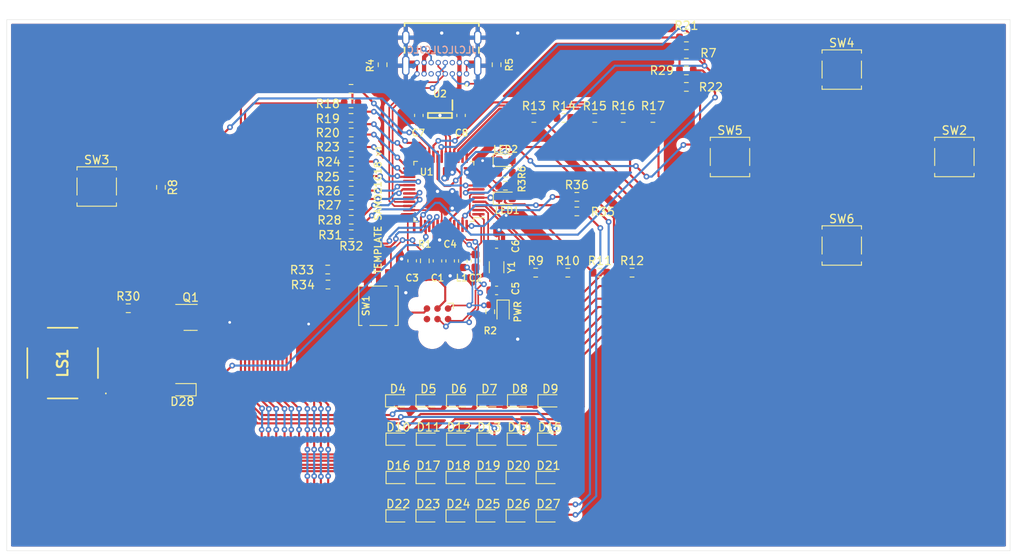
<source format=kicad_pcb>
(kicad_pcb (version 20211014) (generator pcbnew)
  (layers (0 "F.Cu" signal) (31 "B.Cu" signal) (34 "B.Paste" user) (35 "F.Paste" user) (36 "B.SilkS" user "B.Silkscreen") (37 "F.SilkS" user "F.Silkscreen") (38 "B.Mask" user) (39 "F.Mask" user) (44 "Edge.Cuts" user))
  (net 0 "")
  (net 1 "Net-(C1-Pad1)")
  (net 2 "GND")
  (net 3 "/VDDANA")
  (net 4 "+3V3")
  (net 5 "/XC1")
  (net 6 "/XC2")
  (net 7 "VBUS")
  (net 8 "Net-(D1-Pad2)")
  (net 9 "Net-(D2-Pad2)")
  (net 10 "Net-(D3-Pad2)")
  (net 11 "/LED1")
  (net 12 "/LED2")
  (net 13 "Net-(D4-Pad2)")
  (net 14 "Net-(D5-Pad2)")
  (net 15 "Net-(D6-Pad2)")
  (net 16 "Net-(D7-Pad2)")
  (net 17 "Net-(J4-PadA5)")
  (net 18 "Net-(D8-Pad2)")
  (net 19 "Net-(D9-Pad2)")
  (net 20 "Net-(D10-Pad2)")
  (net 21 "Net-(D11-Pad2)")
  (net 22 "Net-(D12-Pad2)")
  (net 23 "Net-(D13-Pad2)")
  (net 24 "Net-(D14-Pad2)")
  (net 25 "Net-(D15-Pad2)")
  (net 26 "Net-(D16-Pad2)")
  (net 27 "Net-(D17-Pad2)")
  (net 28 "Net-(D18-Pad2)")
  (net 29 "/SWD")
  (net 30 "/SWC")
  (net 32 "/D+")
  (net 33 "/D-")
  (net 36 "Net-(D19-Pad2)")
  (net 37 "Net-(D20-Pad2)")
  (net 38 "Net-(D21-Pad2)")
  (net 39 "Net-(D22-Pad2)")
  (net 40 "Net-(D23-Pad2)")
  (net 41 "Net-(D24-Pad2)")
  (net 42 "Net-(D25-Pad2)")
  (net 43 "Net-(D26-Pad2)")
  (net 44 "Net-(D27-Pad2)")
  (net 45 "/LED3")
  (net 46 "/LED4")
  (net 47 "/LED5")
  (net 48 "/LED6")
  (net 50 "Net-(J4-PadB5)")
  (net 51 "/~{RST}")
  (net 52 "/LED7")
  (net 53 "/LED8")
  (net 54 "/LED9")
  (net 55 "/LED10")
  (net 56 "/LED11")
  (net 57 "/LED12")
  (net 58 "/LED13")
  (net 59 "/LED14")
  (net 60 "/LED15")
  (net 61 "/LED16")
  (net 62 "/LED17")
  (net 63 "/LED18")
  (net 64 "/LED19")
  (net 65 "/LED20")
  (net 66 "/LED21")
  (net 67 "/LED22")
  (net 68 "/LED23")
  (net 69 "/LED24")
  (net 70 "/LED25")
  (net 71 "/LED26")
  (net 72 "/CTRL5")
  (net 73 "/CTRL4")
  (net 74 "/CTRL3")
  (net 75 "/CTRL2")
  (net 76 "/CTRL1")
  (net 77 "/Buzzer")
  (net 78 "Net-(D28-Pad2)")
  (net 81 "Net-(Q1-Pad1)")
  (footprint "Resistor_SMD:R_0603_1608Metric" (layer "F.Cu") (at 107.69 110.245 180)
    (fp_text reference "R33")
    (fp_text value "1.5k")
  )
  (footprint "Resistor_SMD:R_0603_1608Metric" (layer "F.Cu") (at 150.8506 86.2838)
    (fp_text reference "R29")
    (fp_text value "10k")
  )
  (footprint "LED_SMD:LED_0603_1608Metric" (layer "F.Cu") (at 130.782 130.653333)
    (fp_text reference "D14")
    (fp_text value "RED")
  )
  (footprint "Resistor_SMD:R_0603_1608Metric" (layer "F.Cu") (at 139.825 92)
    (fp_text reference "R15")
    (fp_text value "1.5k")
  )
  (footprint "Resistor_SMD:R_0603_1608Metric" (layer "F.Cu") (at 144.315 110.62)
    (fp_text reference "R12")
    (fp_text value "1.5k")
  )
  (footprint "LED_SMD:LED_0603_1608Metric" (layer "F.Cu") (at 128.8 115.4 -90)
    (fp_text reference "D1" hide)
    (fp_text value "GREEN")
  )
  (footprint "Resistor_SMD:R_0603_1608Metric" (layer "F.Cu") (at 110.525 104.25 180)
    (fp_text reference "R31")
    (fp_text value "1.5k")
  )
  (footprint "Resistor_SMD:R_0603_1608Metric" (layer "F.Cu") (at 129.075 100.15675)
    (fp_text reference "R3")
    (fp_text value "1.5k")
  )
  (footprint "Resistor_SMD:R_0603_1608Metric" (layer "F.Cu") (at 132.72 110.62)
    (fp_text reference "R9")
    (fp_text value "1.5k")
  )
  (footprint "LED_SMD:LED_0603_1608Metric" (layer "F.Cu") (at 119.838 130.653333)
    (fp_text reference "D11")
    (fp_text value "RED")
  )
  (footprint "LED_SMD:LED_0603_1608Metric" (layer "F.Cu") (at 116.19 130.653333)
    (fp_text reference "D10")
    (fp_text value "RED")
  )
  (footprint "LED_SMD:LED_0603_1608Metric" (layer "F.Cu") (at 134.26 135.266666)
    (fp_text reference "D21")
    (fp_text value "RED")
  )
  (footprint "Resistor_SMD:R_0603_1608Metric" (layer "F.Cu") (at 132.5 92)
    (fp_text reference "R13")
    (fp_text value "1.5k")
  )
  (footprint "LED_SMD:LED_0603_1608Metric" (layer "F.Cu") (at 123.476 126.04)
    (fp_text reference "D6")
    (fp_text value "RED")
  )
  (footprint "LED_SMD:LED_0603_1608Metric" (layer "F.Cu") (at 127.036 135.266666)
    (fp_text reference "D19")
    (fp_text value "RED")
  )
  (footprint "Capacitor_SMD:C_0603_1608Metric" (layer "F.Cu") (at 117.856 109.194 -90)
    (fp_text reference "C3")
    (fp_text value "0.1uF")
  )
  (footprint "Package_QFP:TQFP-48_7x7mm_P0.5mm" (layer "F.Cu") (at 121.666 100.838 180)
    (fp_text reference "U1")
    (fp_text value "ATSAMD21G18A-A")
  )
  (footprint "Inductor_SMD:L_0603_1608Metric" (layer "F.Cu") (at 123.952 109.207 90)
    (fp_text reference "L1")
    (fp_text value "FB-30R")
  )
  (footprint "Button_Switch_SMD:SW_SPST_TL3305A" (layer "F.Cu") (at 79.9 100.25)
    (fp_text reference "SW3")
    (fp_text value "SW_Push")
  )
  (footprint "Resistor_SMD:R_0603_1608Metric" (layer "F.Cu") (at 110.525 100.75 180)
    (fp_text reference "R27")
    (fp_text value "1.5k")
  )
  (footprint "LED_SMD:LED_0603_1608Metric" (layer "F.Cu") (at 129.0875 97.1)
    (fp_text reference "D3" hide)
    (fp_text value "RED")
  )
  (footprint "LED_SMD:LED_0603_1608Metric" (layer "F.Cu") (at 129.104886 101.660131)
    (fp_text reference "D2" hide)
    (fp_text value "RED")
  )
  (footprint "Capacitor_SMD:C_0603_1608Metric" (layer "F.Cu") (at 128.016 107.168)
    (fp_text reference "C6")
    (fp_text value "15uF")
  )
  (footprint "Resistor_SMD:R_0603_1608Metric" (layer "F.Cu") (at 110.5 88.5 180)
    (fp_text reference "R18")
    (fp_text value "1.5k")
  )
  (footprint "Resistor_SMD:R_0603_1608Metric" (layer "F.Cu") (at 110.525 99 180)
    (fp_text reference "R26")
    (fp_text value "1.5k")
  )
  (footprint "LED_SMD:LED_0603_1608Metric" (layer "F.Cu") (at 119.812 135.266666)
    (fp_text reference "D17")
    (fp_text value "RED")
  )
  (footprint "Capacitor_SMD:C_0603_1608Metric" (layer "F.Cu") (at 122.428 109.207 -90)
    (fp_text reference "C4")
    (fp_text value "0.1uF")
  )
  (footprint "LED_SMD:LED_0603_1608Metric" (layer "F.Cu") (at 119.808 126.04)
    (fp_text reference "D5")
    (fp_text value "RED")
  )
  (footprint "Capacitor_SMD:C_0603_1608Metric" (layer "F.Cu") (at 125.476 109.207 -90)
    (fp_text reference "C2")
    (fp_text value "0.1uF")
  )
  (footprint "LED_SMD:LED_0603_1608Metric" (layer "F.Cu") (at 130.812 126.04)
    (fp_text reference "D8")
    (fp_text value "RED")
  )
  (footprint "LED_SMD:LED_0603_1608Metric" (layer "F.Cu") (at 127.134 130.653333)
    (fp_text reference "D13")
    (fp_text value "RED")
  )
  (footprint "Resistor_SMD:R_0603_1608Metric" (layer "F.Cu") (at 150.8506 84.3026)
    (fp_text reference "R7")
    (fp_text value "10k")
  )
  (footprint "Resistor_SMD:R_0603_1608Metric" (layer "F.Cu") (at 140.45 110.62)
    (fp_text reference "R11")
    (fp_text value "1.5k")
  )
  (footprint "Resistor_SMD:R_0603_1608Metric" (layer "F.Cu") (at 127.254 115.316 -90)
    (fp_text reference "R2")
    (fp_text value "10k")
  )
  (footprint "Resistor_SMD:R_0603_1608Metric" (layer "F.Cu") (at 137.675 101.5)
    (fp_text reference "R36")
    (fp_text value "1.5k")
  )
  (footprint "Resistor_SMD:R_0603_1608Metric" (layer "F.Cu") (at 110.525 106 180)
    (fp_text reference "R32")
    (fp_text value "1.5k")
  )
  (footprint "Resistor_SMD:R_0603_1608Metric" (layer "F.Cu") (at 136.585 110.62)
    (fp_text reference "R10")
    (fp_text value "1.5k")
  )
  (footprint "Button_Switch_SMD:SW_SPST_TL3305A" (layer "F.Cu") (at 169.55 86.18)
    (fp_text reference "SW4")
    (fp_text value "SW_Push")
  )
  (footprint "Resistor_SMD:R_0603_1608Metric" (layer "F.Cu") (at 114.3 85.598 90)
    (fp_text reference "R4")
    (fp_text value "5.1k")
  )
  (footprint "Button_Switch_SMD:SW_SPST_TL3305A" (layer "F.Cu") (at 156.1 96.7)
    (fp_text reference "SW5")
    (fp_text value "SW_Push")
  )
  (footprint "Capacitor_SMD:C_0603_1608Metric" (layer "F.Cu") (at 118.66 91.7 90)
    (fp_text reference "C7")
    (fp_text value "1uF")
  )
  (footprint "Resistor_SMD:R_0603_1608Metric" (layer "F.Cu") (at 150.8506 88.265)
    (fp_text reference "R22")
    (fp_text value "10k")
  )
  (footprint "LED_SMD:LED_0603_1608Metric" (layer "F.Cu") (at 130.648 135.266666)
    (fp_text reference "D20")
    (fp_text value "RED")
  )
  (footprint "buzzer:CMT8585397SMTTR" (layer "F.Cu") (at 75.8 121.5 -90)
    (fp_text reference "LS1")
    (fp_text value "CMT-85853-97-SMT-TR" hide)
  )
  (footprint "Capacitor_SMD:C_0603_1608Metric" (layer "F.Cu") (at 123.74 91.7 90)
    (fp_text reference "C8")
    (fp_text value "1uF")
  )
  (footprint "Resistor_SMD:R_0603_1608Metric" (layer "F.Cu") (at 146.825 92)
    (fp_text reference "R17")
    (fp_text value "1.5k")
  )
  (footprint "LED_SMD:LED_0603_1608Metric" (layer "F.Cu") (at 127.028 139.879999)
    (fp_text reference "D25")
    (fp_text value "RED")
  )
  (footprint "Resistor_SMD:R_0603_1608Metric" (layer "F.Cu") (at 129.0875 98.6)
    (fp_text reference "R6")
    (fp_text value "1.5k")
  )
  (footprint "LED_SMD:LED_0603_1608Metric" (layer "F.Cu") (at 123.412 139.879999)
    (fp_text reference "D24")
    (fp_text value "RED")
  )
  (footprint "Capacitor_SMD:C_0603_1608Metric" (layer "F.Cu") (at 120.904 109.207 -90)
    (fp_text reference "C1")
    (fp_text value "0.1uF")
  )
  (footprint "Resistor_SMD:R_0603_1608Metric" (layer "F.Cu") (at 87.63 100.3554 -90)
    (fp_text reference "R8")
    (fp_text value "10k")
  )
  (footprint "LED_SMD:LED_0603_1608Metric" (layer "F.Cu") (at 130.644 139.879999)
    (fp_text reference "D26")
    (fp_text value "RED")
  )
  (footprint "LED_SMD:LED_0603_1608Metric" (layer "F.Cu") (at 134.43 130.653333)
    (fp_text reference "D15")
    (fp_text value "RED")
  )
  (footprint "Resistor_SMD:R_0603_1608Metric" (layer "F.Cu") (at 150.8506 82.3214)
    (fp_text reference "R21")
    (fp_text value "10k")
  )
  (footprint "Button_Switch_SMD:SW_SPST_TL3305A" (layer "F.Cu") (at 113.8 114.6 -90)
    (fp_text reference "SW1")
    (fp_text value "SW_Push")
  )
  (footprint "LED_SMD:LED_0603_1608Metric" (layer "F.Cu") (at 127.144 126.04)
    (fp_text reference "D7")
    (fp_text value "RED")
  )
  (footprint "hcipcb23:GCT_USB4085-GF-A" (layer "F.Cu") (at 121.417 82.334 180)
    (fp_text reference "J4" hide)
    (fp_text value "USB4085-GF-A")
  )
  (footprint "Resistor_SMD:R_0603_1608Metric" (layer "F.Cu") (at 137.675 103.25)
    (fp_text reference "R35")
    (fp_text value "1.5k")
  )
  (footprint "Resistor_SMD:R_0603_1608Metric" (layer "F.Cu") (at 128.016 85.598 90)
    (fp_text reference "R5")
    (fp_text value "5.1k")
  )
  (footprint "Resistor_SMD:R_0603_1608Metric" (layer "F.Cu") (at 110.5 90.25 180)
    (fp_text reference "R19")
    (fp_text value "1.5k")
  )
  (footprint "LED_SMD:LED_0603_1608Metric" (layer "F.Cu") (at 134.26 139.879999)
    (fp_text reference "D27")
    (fp_text value "RED")
  )
  (footprint "Button_Switch_SMD:SW_SPST_TL3305A" (layer "F.Cu") (at 169.55 107.35)
    (fp_text reference "SW6")
    (fp_text value "SW_Push")
  )
  (footprint "Resistor_SMD:R_0603_1608Metric" (layer "F.Cu") (at 110.525 97.25 180)
    (fp_text reference "R25")
    (fp_text value "1.5k")
  )
  (footprint "LED_SMD:LED_0603_1608Metric" (layer "F.Cu") (at 123.486 130.653333)
    (fp_text reference "D12")
    (fp_text value "RED")
  )
  (footprint "Resistor_SMD:R_0603_1608Metric" (layer "F.Cu") (at 143.25 92)
    (fp_text reference "R16")
    (fp_text value "1.5k")
  )
  (footprint "hcipcb23:SOT95P280X145-5N" (layer "F.Cu") (at 121.2 91.7 -90)
    (fp_text reference "U2")
    (fp_text value "TLV73333PQDBVRQ1" hide)
  )
  (footprint "LED_SMD:LED_0603_1608Metric" (layer "F.Cu") (at 116.2 135.266666)
    (fp_text reference "D16")
    (fp_text value "RED")
  )
  (footprint "Capacitor_SMD:C_0603_1608Metric" (layer "F.Cu") (at 128.016 112.756)
    (fp_text reference "C5")
    (fp_text value "15uF")
  )
  (footprint "Resistor_SMD:R_0603_1608Metric" (layer "F.Cu") (at 110.525 95.5 180)
    (fp_text reference "R24")
    (fp_text value "1.5k")
  )
  (footprint "Resistor_SMD:R_0603_1608Metric" (layer "F.Cu") (at 136.115 92)
    (fp_text reference "R14")
    (fp_text value "1.5k")
  )
  (footprint "Button_Switch_SMD:SW_SPST_TL3305A" (layer "F.Cu") (at 183.1 96.7)
    (fp_text reference "SW2")
    (fp_text value "SW_Push")
  )
  (footprint "Diode_SMD:D_0603_1608Metric_Pad1.05x0.95mm_HandSolder" (layer "F.Cu") (at 90.2 124.7 180)
    (fp_text reference "D28")
    (fp_text value "1N4148WS")
  )
  (footprint "Resistor_SMD:R_0603_1608Metric_Pad0.98x0.95mm_HandSolder" (layer "F.Cu") (at 83.7 114.9)
    (fp_text reference "R30")
    (fp_text value "180")
  )
  (footprint "LED_SMD:LED_0603_1608Metric" (layer "F.Cu") (at 134.48 126.04)
    (fp_text reference "D9")
    (fp_text value "RED")
  )
  (footprint "LED_SMD:LED_0603_1608Metric" (layer "F.Cu") (at 119.796 139.879999)
    (fp_text reference "D23")
    (fp_text value "RED")
  )
  (footprint "Package_TO_SOT_SMD:SOT-23-3" (layer "F.Cu") (at 91.2 116)
    (fp_text reference "Q1")
    (fp_text value "Q_NPN_BCE")
  )
  (footprint "Resistor_SMD:R_0603_1608Metric" (layer "F.Cu") (at 110.525 102.5 180)
    (fp_text reference "R28")
    (fp_text value "1.5k")
  )
  (footprint "LED_SMD:LED_0603_1608Metric" (layer "F.Cu") (at 116.18 139.879999)
    (fp_text reference "D22")
    (fp_text value "RED")
  )
  (footprint "Connector:Tag-Connect_TC2030-IDC-FP_2x03_P1.27mm_Vertical" (layer "F.Cu") (at 120.904 115.57 180)
    (fp_text reference "J1" hide)
    (fp_text value "SWD_TAG-CONNECT")
  )
  (footprint "Crystal:Crystal_SMD_3215-2Pin_3.2x1.5mm" (layer "F.Cu") (at 128.016 109.962 90)
    (fp_text reference "Y1")
    (fp_text value "Crystal_Small")
  )
  (footprint "LED_SMD:LED_0603_1608Metric" (layer "F.Cu") (at 116.14 126.04)
    (fp_text reference "D4")
    (fp_text value "RED")
  )
  (footprint "Resistor_SMD:R_0603_1608Metric" (layer "F.Cu") (at 107.725 112.0475 180)
    (fp_text reference "R34")
    (fp_text value "1.5k")
  )
  (footprint "LED_SMD:LED_0603_1608Metric" (layer "F.Cu") (at 123.424 135.266666)
    (fp_text reference "D18")
    (fp_text value "RED")
  )
  (footprint "Resistor_SMD:R_0603_1608Metric" (layer "F.Cu") (at 110.5 92 180)
    (fp_text reference "R20")
    (fp_text value "1.5k")
  )
  (footprint "Resistor_SMD:R_0603_1608Metric" (layer "F.Cu") (at 119.38 109.194 90)
    (fp_text reference "R1")
    (fp_text value "10k")
  )
  (footprint "Resistor_SMD:R_0603_1608Metric" (layer "F.Cu") (at 110.525 93.75 180)
    (fp_text reference "R23")
    (fp_text value "1.5k")
  )
  (gr_rect (start 69.083354 80.162574) (end 189.8 144.087427) (layer "Edge.Cuts") (width 0.0381) (fill none))
  (gr_text "JLCJLCJLCJLC" (at 121.412 83.82) (layer "B.SilkS") (effects (font (size 0.8128 0.8128) (thickness 0.1524)) (justify mirror)))
  (gr_text "PWR" (at 130.556 115.316 90) (layer "F.SilkS") (effects (font (size 0.8128 0.8128) (thickness 0.1524))))
  (gr_text "LED2" (at 129.0875 95.758) (layer "F.SilkS") (effects (font (size 0.8128 0.8128) (thickness 0.1524))))
  (gr_text "TEMPLATE SAMD21G18 v1" (at 113.75 103 90) (layer "F.SilkS") (effects (font (size 0.8128 0.8128) (thickness 0.1524))))
  (gr_text "LED1" (at 129.286 103.124) (layer "F.SilkS") (effects (font (size 0.8128 0.8128) (thickness 0.1524))))
  (segment (start 121.916 107.42) (end 121.916 105.0005) (width 0.2) (layer "F.Cu") (net 1))
  (segment (start 120.904 108.432) (end 121.916 107.42) (width 0.2) (layer "F.Cu") (net 1))
  (segment (start 126.2405 140.2595) (end 125.5 141) (width 0.254) (layer "F.Cu") (net 2))
  (segment (start 121.2 91.7) (end 121.2 90.45) (width 0.5) (layer "F.Cu") (net 2))
  (segment (start 119.0205 126.04) (end 118.46 126.04) (width 0.254) (layer "F.Cu") (net 2))
  (segment (start 123.75 131.75) (end 122.6985 130.6985) (width 0.254) (layer "F.Cu") (net 2))
  (segment (start 127.653954 97.78396) (end 127.653954 97.746046) (width 0.254) (layer "F.Cu") (net 2))
  (segment (start 121.916 94.217623) (end 121.2 93.501623) (width 0.2) (layer "F.Cu") (net 2))
  (segment (start 118.442 85.344) (end 118.442 86.694) (width 0.25) (layer "F.Cu") (net 2))
  (segment (start 124.392 85.344) (end 125.372 85.344) (width 0.5) (layer "F.Cu") (net 2))
  (segment (start 122.965 91.7) (end 123.74 90.925) (width 0.5) (layer "F.Cu") (net 2))
  (segment (start 130.7535 126.769) (end 132.9635 126.769) (width 0.254) (layer "F.Cu") (net 2))
  (segment (start 121.2 93.501623) (end 121.2 91.7) (width 0.2) (layer "F.Cu") (net 2))
  (segment (start 118 141) (end 116.512501 141) (width 0.254) (layer "F.Cu") (net 2))
  (segment (start 122.6885 126.04) (end 123.6485 127) (width 0.254) (layer "F.Cu") (net 2))
  (segment (start 118.041166 136.25) (end 119.0245 135.266666) (width 0.254) (layer "F.Cu") (net 2))
  (segment (start 121.416 106.422) (end 121.416 105.0005) (width 0.2) (layer "F.Cu") (net 2))
  (segment (start 129.8565 139.8935) (end 128.75 141) (width 0.254) (layer "F.Cu") (net 2))
  (segment (start 124.412 85.362) (end 124.412 86.674) (width 0.2) (layer "F.Cu") (net 2))
  (segment (start 119.0505 131.0505) (end 119.0505 130.653333) (width 0.254) (layer "F.Cu") (net 2))
  (segment (start 127.693167 132) (end 126.3465 130.653333) (width 0.254) (layer "F.Cu") (net 2))
  (segment (start 126.2485 135.266666) (end 127.231834 136.25) (width 0.254) (layer "F.Cu") (net 2))
  (segment (start 132.9635 126.769) (end 133.6925 126.04) (width 0.254) (layer "F.Cu") (net 2))
  (segment (start 126.2405 139.879999) (end 126.2405 140.2595) (width 0.254) (layer "F.Cu") (net 2))
  (segment (start 115.4125 135.6625) (end 116 136.25) (width 0.254) (layer "F.Cu") (net 2))
  (segment (start 115.4125 135.266666) (end 115.4125 135.6625) (width 0.254) (layer "F.Cu") (net 2))
  (segment (start 127.231834 136.25) (end 128.877166 136.25) (width 0.254) (layer "F.Cu") (net 2))
  (segment (start 129.2955 126.769) (end 127.0855 126.769) (width 0.254) (layer "F.Cu") (net 2))
  (segment (start 122.6985 130.6985) (end 122.6985 130.653333) (width 0.254) (layer "F.Cu") (net 2))
  (segment (start 125.5 141) (end 123.744501 141) (width 0.254) (layer "F.Cu") (net 2))
  (segment (start 121.916 99.084) (end 121.916 96.6755) (width 0.2) (layer "F.Cu") (net 2))
  (segment (start 119.272179 115.423821) (end 117.455821 115.423821) (width 0.25) (layer "F.Cu") (net 2))
  (segment (start 128.317386 102.891495) (end 129.162946 103.737055) (width 0.2) (layer "F.Cu") (net 2))
  (segment (start 122.6245 139.879999) (end 122.620001 139.879999) (width 0.254) (layer "F.Cu") (net 2))
  (segment (start 121.158 106.68) (end 121.416 106.422) (width 0.2) (layer "F.Cu") (net 2))
  (segment (start 119.435 91.7) (end 118.66 92.475) (width 0.5) (layer "F.Cu") (net 2))
  (segment (start 125.249833 131.75) (end 123.75 131.75) (width 0.254) (layer "F.Cu") (net 2))
  (segment (start 127.0855 126.769) (end 126.3565 126.04) (width 0.254) (layer "F.Cu") (net 2))
  (segment (start 117.462 85.344) (end 117.092 85.714) (width 0.5) (layer "F.Cu") (net 2))
  (segment (start 122.620001 139.879999) (end 121.5 141) (width 0.254) (layer "F.Cu") (net 2))
  (segment (start 119.0085 139.879999) (end 119.0085 139.9915) (width 0.254) (layer "F.Cu") (net 2))
  (segment (start 117.5 127) (end 116.3125 127) (width 0.254) (layer "F.Cu") (net 2))
  (segment (start 119.0245 135.266666) (end 120.007834 136.25) (width 0.254) (layer "F.Cu") (net 2))
  (segment (start 129.9945 130.653333) (end 129.9945 131.0055) (width 0.254) (layer "F.Cu") (net 2))
  (segment (start 125.372 85.344) (end 125.742 85.714) (width 0.5) (layer "F.Cu") (net 2))
  (segment (start 119.75 131.75) (end 119.0505 131.0505) (width 0.254) (layer "F.Cu") (net 2))
  (segment (start 116.3125 127) (end 115.3525 126.04) (width 0.254) (layer "F.Cu") (net 2))
  (segment (start 128.3 106.677) (end 128.791 107.168) (width 0.2) (layer "F.Cu") (net 2))
  (segment (start 129.8565 139.879999) (end 129.8565 139.8935) (width 0.254) (layer "F.Cu") (net 2))
  (segment (start 122.6885 126.04) (end 121.7285 127) (width 0.254) (layer "F.Cu") (net 2))
  (segment (start 121.2 91.7) (end 119.435 91.7) (width 0.5) (layer "F.Cu") (net 2))
  (segment (start 129.9945 131.0055) (end 129 132) (width 0.254) (layer "F.Cu") (net 2))
  (segment (start 121.653166 136.25) (end 122.6365 135.266666) (width 0.254) (layer "F.Cu") (net 2))
  (segment (start 119.0505 130.653333) (end 117.953833 131.75) (width 0.254) (layer "F.Cu") (net 2))
  (segment (start 123.744501 141) (end 122.6245 139.879999) (width 0.254) (layer "F.Cu") (net 2))
  (segment (start 119.9805 127) (end 119.0205 126.04) (width 0.254) (layer "F.Cu") (net 2))
  (segment (start 130.976501 141) (end 129.8565 139.879999) (width 0.254) (layer "F.Cu") (net 2))
  (segment (start 116.512501 141) (end 115.3925 139.879999) (width 0.254) (layer "F.Cu") (net 2))
  (segment (start 122.6985 130.653333) (end 121.601833 131.75) (width 0.254) (layer "F.Cu") (net 2))
  (segment (start 118.442 85.344) (end 117.462 85.344) (width 0.5) (layer "F.Cu") (net 2))
  (segment (start 125.73 97.155) (end 126.314871 97.155) (width 0.254) (layer "F.Cu") (net 2))
  (segment (start 116.499167 131.75) (end 115.4025 130.653333) (width 0.254) (layer "F.Cu") (net 2))
  (segment (start 133.4725 139.879999) (end 132.352499 141) (width 0.254) (layer "F.Cu") (net 2))
  (segment (start 124.412 86.674) (end 124.392 86.694) (width 0.2) (layer "F.Cu") (net 2))
  (segment (start 128.245255 101.588) (end 128.317386 101.660131) (width 0.2) (layer "F.Cu") (net 2))
  (segment (start 105.4 116.8) (end 106.8 118.2) (width 0.254) (layer "F.Cu") (net 2))
  (segment (start 128.75 141) (end 127.360501 141) (width 0.254) (layer "F.Cu") (net 2))
  (segment (start 121.916 96.6755) (end 121.916 94.217623) (width 0.2) (layer "F.Cu") (net 2))
  (segment (start 120.128501 141) (end 119.0085 139.879999) (width 0.254) (layer "F.Cu") (net 2))
  (segment (start 124.46 98.242) (end 125.547 97.155) (width 0.254) (layer "F.Cu") (net 2))
  (segment (start 133.6425 130.8575) (end 132.5 132) (width 0.254) (layer "F.Cu") (net 2))
  (segment (start 131.341167 132) (end 129.9945 130.653333) (width 0.254) (layer "F.Cu") (net 2))
  (segment (start 129 132) (end 127.693167 132) (width 0.254) (layer "F.Cu") (net 2))
  (segment (start 126.3465 130.653333) (end 125.249833 131.75) (width 0.254) (layer "F.Cu") (net 2))
  (segment (start 132.5 132) (end 131.341167 132) (width 0.254) (layer "F.Cu") (net 2))
  (segment (start 125.8285 101.588) (end 128.245255 101.588) (width 0.2) (layer "F.Cu") (net 2))
  (segment (start 119.0085 139.9915) (end 118 141) (width 0.254) (layer "F.Cu") (net 2))
  (segment (start 132.352499 141) (end 130.976501 141) (width 0.254) (layer "F.Cu") (net 2))
  (segment (start 120.007834 136.25) (end 121.653166 136.25) (width 0.254) (layer "F.Cu") (net 2))
  (segment (start 123.6485 127) (end 125.3965 127) (width 0.254) (layer "F.Cu") (net 2))
  (segment (start 130.0245 126.04) (end 129.2955 126.769) (width 0.254) (layer "F.Cu") (net 2))
  (segment (start 133.6425 130.653333) (end 133.6425 130.8575) (width 0.254) (layer "F.Cu") (net 2))
  (segment (start 95.3 116) (end 92.3375 116) (width 0.254) (layer "F.Cu") (net 2))
  (segment (start 125.547 97.155) (end 125.73 97.155) (width 0.254) (layer "F.Cu") (net 2))
  (segment (start 121.122 103.088) (end 121.416 103.382) (width 0.2) (layer "F.Cu") (net 2))
  (segment (start 115.3525 126.04) (end 112.3 122.9875) (width 0.254) (layer "F.Cu") (net 2))
  (segment (start 121.7285 127) (end 119.9805 127) (width 0.254) (layer "F.Cu") (net 2))
  (segment (start 117.953833 131.75) (end 116.499167 131.75) (width 0.254) (layer "F.Cu") (net 2))
  (segment (start 128.317386 101.660131) (end 128.317386 102.891495) (width 0.2) (layer "F.Cu") (net 2))
  (segment (start 124.46 98.552) (end 124.46 98.242) (width 0.254) (layer "F.Cu") (net 2))
  (segment (start 128.3 105.4486) (end 128.3 106.677) (width 0.2) (layer "F.Cu") (net 2))
  (segment (start 106.8 118.2) (end 112.3 118.2) (width 0.254) (layer "F.Cu") (net 2))
  (segment (start 123.619834 136.25) (end 125.265166 136.25) (width 0.254) (layer "F.Cu") (net 2))
  (segment (start 121.416 103.382) (end 121.416 105.0005) (width 0.2) (layer "F.Cu") (net 2))
  (segment (start 127.360501 141) (end 126.2405 139.879999) (width 0.254) (layer "F.Cu") (net 2))
  (segment (start 128.877166 136.25) (end 129.8605 135.266666) (width 0.254) (layer "F.Cu") (net 2))
  (segment (start 119.761 114.935) (end 119.272179 115.423821) (width 0.25) (layer "F.Cu") (net 2))
  (segment (start 117.5035 103.088) (end 121.122 103.088) (width 0.2) (layer "F.Cu") (net 2))
  (segment (start 121.75 99.25) (end 121.916 99.084) (width 0.2) (layer "F.Cu") (net 2))
  (segment (start 125.73 110.236) (end 125.476 109.982) (width 0.2) (layer "F.Cu") (net 2))
  (segment (start 112.3 122.9875) (end 112.3 118.2) (width 0.254) (layer "F.Cu") (net 2))
  (segment (start 121.2 91.7) (end 122.965 91.7) (width 0.5) (layer "F.Cu") (net 2))
  (segment (start 121.5 141) (end 120.128501 141) (width 0.254) (layer "F.Cu") (net 2))
  (segment (start 122.6365 135.266666) (end 123.619834 136.25) (width 0.254) (layer "F.Cu") (net 2))
  (segment (start 125.3965 127) (end 126.3565 126.04) (width 0.254) (layer "F.Cu") (net 2))
  (segment (start 125.742 85.714) (end 125.742 82.334) (width 0.5) (layer "F.Cu") (net 2))
  (segment (start 129.8605 135.3605) (end 130.75 136.25) (width 0.254) (layer "F.Cu") (net 2))
  (segment (start 95.3 116) (end 95.9 116.6) (width 0.254) (layer "F.Cu") (net 2))
  (segment (start 116 136.25) (end 118.041166 136.25) (width 0.254) (layer "F.Cu") (net 2))
  (segment (start 132.489166 136.25) (end 133.4725 135.266666) (width 0.254) (layer "F.Cu") (net 2))
  (segment (start 118.46 126.04) (end 117.5 127) (width 0.254) (layer "F.Cu") (net 2))
  (segment (start 121.601833 131.75) (end 119.75 131.75) (width 0.254) (layer "F.Cu") (net 2))
  (segment (start 129.8605 135.266666) (end 129.8605 135.3605) (width 0.254) (layer "F.Cu") (net 2))
  (segment (start 126.314871 97.155) (end 126.329635 97.140236) (width 0.254) (layer "F.Cu") (net 2))
  (segment (start 130.75 136.25) (end 132.489166 136.25) (width 0.254) (layer "F.Cu") (net 2))
  (segment (start 130.0245 126.04) (end 130.7535 126.769) (width 0.254) (layer "F.Cu") (net 2))
  (segment (start 125.265166 136.25) (end 126.2485 135.266666) (width 0.254) (layer "F.Cu") (net 2))
  (segment (start 127.653954 97.746046) (end 128.3 97.1) (width 0.254) (layer "F.Cu") (net 2))
  (via (at 120.904 100.838) (size 0.8) (drill 0.4) (layers "F.Cu" "B.Cu") (net 2))
  (via (at 127.3 101.6) (size 0.8) (drill 0.4) (layers "F.Cu" "B.Cu") (net 2))
  (via (at 124.46 98.552) (size 0.8) (drill 0.4) (layers "F.Cu" "B.Cu") (net 2))
  (via (at 121.75 99.25) (size 0.8) (drill 0.4) (layers "F.Cu" "B.Cu") (net 2))
  (via (at 130.556 118.618) (size 0.8) (drill 0.4) (layers "F.Cu" "B.Cu") (net 2))
  (via (at 95.9 116.6) (size 0.6858) (drill 0.3302) (layers "F.Cu" "B.Cu") (net 2))
  (via (at 117.094 113.03) (size 0.8) (drill 0.4) (layers "F.Cu" "B.Cu") (net 2))
  (via (at 122.682 102.87) (size 0.8) (drill 0.4) (layers "F.Cu" "B.Cu") (net 2))
  (via (at 122.682 100.838) (size 0.8) (drill 0.4) (layers "F.Cu" "B.Cu") (net 2))
  (via (at 126.329635 97.140236) (size 0.6858) (drill 0.3302) (layers "F.Cu" "B.Cu") (net 2))
  (via (at 129.162946 103.737055) (size 0.6858) (drill 0.3302) (layers "F.Cu" "B.Cu") (net 2))
  (via (at 128.3 105.4486) (size 0.6858) (drill 0.3302) (layers "F.Cu" "B.Cu") (net 2))
  (via (at 105.4 116.8) (size 0.6858) (drill 0.3302) (layers "F.Cu" "B.Cu") (net 2))
  (via (at 122.682 98.552) (size 0.8) (drill 0.4) (layers "F.Cu" "B.Cu") (net 2))
  (via (at 121.158 106.68) (size 0.8) (drill 0.4) (layers "F.Cu" "B.Cu") (net 2))
  (via (at 127.653954 97.78396) (size 0.6858) (drill 0.3302) (layers "F.Cu" "B.Cu") (net 2))
  (via (at 121.412 81.788) (size 0.8) (drill 0.4) (layers "F.Cu" "B.Cu") (net 2))
  (via (at 116.586 108.966) (size 0.8) (drill 0.4) (layers "F.Cu" "B.Cu") (net 2))
  (via (at 130.556 81.788) (size 0.8) (drill 0.4) (layers "F.Cu" "B.Cu") (net 2))
  (via (at 121.2 91.7) (size 0.8) (drill 0.4) (layers "F.Cu" "B.Cu") (net 2))
  (via (at 122.428 110.998) (size 0.8) (drill 0.4) (layers "F.Cu" "B.Cu") (net 2))
  (via (at 118.208228 104.20576) (size 0.6858) (drill 0.3302) (layers "F.Cu" "B.Cu") (net 2))
  (segment (start 95.9 116.6) (end 105.2 116.6) (width 0.254) (layer "B.Cu") (net 2))
  (segment (start 126.329635 97.140236) (end 127.01023 97.140236) (width 0.254) (layer "B.Cu") (net 2))
  (segment (start 118.208228 104.20576) (end 118.208228 103.786475) (width 0.254) (layer "B.Cu") (net 2))
  (segment (start 127.01023 97.140236) (end 127.653954 97.78396) (width 0.254) (layer "B.Cu") (net 2))
  (segment (start 120.904 101.090703) (end 120.904 100.838) (width 0.254) (layer "B.Cu") (net 2))
  (segment (start 129.162946 104.585654) (end 128.3 105.4486) (width 0.2) (layer "B.Cu") (net 2))
  (segment (start 129.162946 103.737055) (end 129.162946 104.585654) (width 0.2) (layer "B.Cu") (net 2))
  (segment (start 105.2 116.6) (end 105.4 116.8) (width 0.254) (layer "B.Cu") (net 2))
  (segment (start 118.208228 103.786475) (end 120.904 101.090703) (width 0.254) (layer "B.Cu") (net 2))
  (segment (start 126.16548 105.08348) (end 125.04652 103.96452) (width 0.2) (layer "F.Cu") (net 3))
  (segment (start 125.4635 108.4195) (end 125.476 108.432) (width 0.2) (layer "F.Cu") (net 3))
  (segment (start 125.476 107.696) (end 126.16496 107.00704) (width 0.2) (layer "F.Cu") (net 3))
  (segment (start 126.16548 105.822968) (end 126.16548 105.08348) (width 0.2) (layer "F.Cu") (net 3))
  (segment (start 123.952 108.4195) (end 125.4635 108.4195) (width 0.2) (layer "F.Cu") (net 3))
  (segment (start 125.041107 103.96452) (end 124.79148 103.714893) (width 0.2) (layer "F.Cu") (net 3))
  (segment (start 125.476 108.432) (end 125.476 107.696) (width 0.2) (layer "F.Cu") (net 3))
  (segment (start 125.04652 103.96452) (end 125.041107 103.96452) (width 0.2) (layer "F.Cu") (net 3))
  (segment (start 126.16496 105.823488) (end 126.16548 105.822968) (width 0.2) (layer "F.Cu") (net 3))
  (segment (start 125.061349 101.088) (end 125.8285 101.088) (width 0.2) (layer "F.Cu") (net 3))
  (segment (start 124.79148 101.357869) (end 125.061349 101.088) (width 0.2) (layer "F.Cu") (net 3))
  (segment (start 124.79148 103.714893) (end 124.79148 101.357869) (width 0.2) (layer "F.Cu") (net 3))
  (segment (start 126.16496 107.00704) (end 126.16496 105.823488) (width 0.2) (layer "F.Cu") (net 3))
  (segment (start 110.963747 106.7308) (end 113.4872 106.7308) (width 0.254) (layer "F.Cu") (net 4))
  (segment (start 87.63 99.5304) (end 99.3894 87.771) (width 0.254) (layer "F.Cu") (net 4))
  (segment (start 122.416 96.6755) (end 122.416 94.255175) (width 0.2) (layer "F.Cu") (net 4))
  (segment (start 123.698 98.643795) (end 122.844205 97.79) (width 0.254) (layer "F.Cu") (net 4))
  (segment (start 122.216 92.884) (end 122.216 94.055175) (width 0.2) (layer "F.Cu") (net 4))
  (segment (start 150.0256 88.265) (end 150.0256 86.2838) (width 0.254) (layer "F.Cu") (net 4))
  (segment (start 124.4475 109.9945) (end 123.952 109.9945) (width 0.2) (layer "F.Cu") (net 4))
  (segment (start 127.191 114.554) (end 127.254 114.491) (width 0.2) (layer "F.Cu") (net 4))
  (segment (start 116.63 103.588) (end 117.5035 103.588) (width 0.254) (layer "F.Cu") (net 4))
  (segment (start 117.330589 107.893589) (end 117.330589 103.760911) (width 0.2) (layer "F.Cu") (net 4))
  (segment (start 122.844205 97.79) (end 122.828403 97.79) (width 0.254) (layer "F.Cu") (net 4))
  (segment (start 117.856 108.419) (end 117.330589 107.893589) (width 0.2) (layer "F.Cu") (net 4))
  (segment (start 123.74 92.475) (end 124.695 92.475) (width 0.254) (layer "F.Cu") (net 4))
  (segment (start 121.62752 109.23248) (end 122.428 108.432) (width 0.2) (layer "F.Cu") (net 4))
  (segment (start 123.6315 92.5835) (end 122.5165 92.5835) (width 0.2) (layer "F.Cu") (net 4))
  (segment (start 122.921394 114.554) (end 122.682 114.554) (width 0.2) (layer "F.Cu") (net 4))
  (segment (start 122.5165 92.5835) (end 122.216 92.884) (width 0.2) (layer "F.Cu") (net 4))
  (segment (start 74.1 106.2125) (end 82.7875 114.9) (width 0.254) (layer "F.Cu") (net 4))
  (segment (start 122.416 97.377597) (end 122.416 96.6755) (width 0.254) (layer "F.Cu") (net 4))
  (segment (start 124.701029 114.566971) (end 122.934365 114.566971) (width 0.2) (layer "F.Cu") (net 4))
  (segment (start 113.4872 106.7308) (end 116.63 103.588) (width 0.254) (layer "F.Cu") (net 4))
  (segment (start 124.714 114.554) (end 124.701029 114.566971) (width 0.2) (layer "F.Cu") (net 4))
  (segment (start 122.416 94.255175) (end 122.216 94.055175) (width 0.2) (layer "F.Cu") (net 4))
  (segment (start 122.416 105.0005) (end 122.416 104.233103) (width 0.254) (layer "F.Cu") (net 4))
  (segment (start 87.63 99.23) (end 85.1 96.7) (width 0.254) (layer "F.Cu") (net 4))
  (segment (start 87.63 99.5304) (end 87.63 99.23) (width 0.254) (layer "F.Cu") (net 4))
  (segment (start 122.682 114.554) (end 122.301 114.935) (width 0.2) (layer "F.Cu") (net 4))
  (segment (start 110.671 106.438053) (end 110.963747 106.7308) (width 0.254) (layer "F.Cu") (net 4))
  (segment (start 134.8486 82.3214) (end 150.0256 82.3214) (width 0.254) (layer "F.Cu") (net 4))
  (segment (start 122.416 104.233103) (end 123.698 102.951103) (width 0.254) (layer "F.Cu") (net 4))
  (segment (start 119.38 110.019) (end 120.16652 109.23248) (width 0.2) (layer "F.Cu") (net 4))
  (segment (start 150.0256 82.3214) (end 150.0256 84.3026) (width 0.254) (layer "F.Cu") (net 4))
  (segment (start 119.38 109.943) (end 117.856 108.419) (width 0.2) (layer "F.Cu") (net 4))
  (segment (start 126.492 114.554) (end 127.191 114.554) (width 0.2) (layer "F.Cu") (net 4))
  (segment (start 110.671 88.378947) (end 110.671 106.438053) (width 0.254) (layer "F.Cu") (net 4))
  (segment (start 122.416 105.0005) (end 122.416 108.42) (width 0.2) (layer "F.Cu") (net 4))
  (segment (start 122.828403 97.79) (end 122.416 97.377597) (width 0.254) (layer "F.Cu") (net 4))
  (segment (start 122.428 108.432) (end 122.428 108.4705) (width 0.2) (layer "F.Cu") (net 4))
  (segment (start 74.1 97.7) (end 74.1 106.2125) (width 0.254) (layer "F.Cu") (net 4))
  (segment (start 119.38 110.019) (end 119.38 109.943) (width 0.2) (layer "F.Cu") (net 4))
  (segment (start 110.063053 87.771) (end 110.671 88.378947) (width 0.254) (layer "F.Cu") (net 4))
  (segment (start 117.330589 103.760911) (end 117.5035 103.588) (width 0.2) (layer "F.Cu") (net 4))
  (segment (start 123.698 102.951103) (end 123.698 98.643795) (width 0.254) (layer "F.Cu") (net 4))
  (segment (start 150.0256 84.3026) (end 150.0256 86.2838) (width 0.254) (layer "F.Cu") (net 4))
  (segment (start 124.46 109.982) (end 124.4475 109.9945) (width 0.2) (layer "F.Cu") (net 4))
  (segment (start 85.1 96.7) (end 75.1 96.7) (width 0.254) (layer "F.Cu") (net 4))
  (segment (start 122.428 108.4705) (end 123.952 109.9945) (width 0.2) (layer "F.Cu") (net 4))
  (segment (start 122.416 108.42) (end 122.428 108.432) (width 0.2) (layer "F.Cu") (net 4))
  (segment (start 99.3894 87.771) (end 110.063053 87.771) (width 0.254) (layer "F.Cu") (net 4))
  (segment (start 122.934365 114.566971) (end 122.921394 114.554) (width 0.2) (layer "F.Cu") (net 4))
  (segment (start 75.1 96.7) (end 74.1 97.7) (width 0.254) (layer "F.Cu") (net 4))
  (segment (start 124.695 92.475) (end 134.8486 82.3214) (width 0.254) (layer "F.Cu") (net 4))
  (segment (start 120.16652 109.23248) (end 121.62752 109.23248) (width 0.2) (layer "F.Cu") (net 4))
  (via (at 126.492 114.554) (size 0.6858) (drill 0.3302) (layers "F.Cu" "B.Cu") (net 4))
  (via (at 124.46 109.982) (size 0.6858) (drill 0.3302) (layers "F.Cu" "B.Cu") (net 4))
  (via (at 124.714 114.554) (size 0.6858) (drill 0.3302) (layers "F.Cu" "B.Cu") (net 4))
  (segment (start 125.107971 114.160029) (end 124.714 114.554) (width 0.2) (layer "B.Cu") (net 4))
  (segment (start 124.714 114.554) (end 126.492 114.554) (width 0.2) (layer "B.Cu") (net 4))
  (segment (start 124.46 109.982) (end 125.103489 110.625489) (width 0.2) (layer "B.Cu") (net 4))
  (segment (start 125.107971 111.261992) (end 125.107971 114.160029) (width 0.2) (layer "B.Cu") (net 4))
  (segment (start 125.103489 110.625489) (end 125.103489 111.25751) (width 0.2) (layer "B.Cu") (net 4))
  (segment (start 125.103489 111.25751) (end 125.107971 111.261992) (width 0.2) (layer "B.Cu") (net 4))
  (segment (start 125.8285 103.588) (end 126.492 104.2515) (width 0.2) (layer "F.Cu") (net 5))
  (segment (start 128.016 111.252) (end 128.016 111.981) (width 0.2) (layer "F.Cu") (net 5))
  (segment (start 126.49148 109.72748) (end 128.016 111.252) (width 0.2) (layer "F.Cu") (net 5))
  (segment (start 126.492 105.958217) (end 126.49148 105.958737) (width 0.2) (layer "F.Cu") (net 5))
  (segment (start 128.016 111.981) (end 127.241 112.756) (width 0.2) (layer "F.Cu") (net 5))
  (segment (start 126.49148 105.958737) (end 126.49148 109.72748) (width 0.2) (layer "F.Cu") (net 5))
  (segment (start 126.492 104.2515) (end 126.492 105.958217) (width 0.2) (layer "F.Cu") (net 5))
  (segment (start 127 106.934) (end 128.016 107.95) (width 0.2) (layer "F.Cu") (net 6))
  (segment (start 128.016 107.95) (end 128.016 107.97) (width 0.2) (layer "F.Cu") (net 6))
  (segment (start 128.016 107.97) (end 128.016 108.712) (width 0.25) (layer "F.Cu") (net 6))
  (segment (start 125.8285 103.088) (end 126.631006 103.088) (width 0.2) (layer "F.Cu") (net 6))
  (segment (start 126.631006 103.088) (end 127 103.456994) (width 0.2) (layer "F.Cu") (net 6))
  (segment (start 127 103.456994) (end 127 106.934) (width 0.2) (layer "F.Cu") (net 6))
  (segment (start 123.542 84.68) (end 122.936 84.074) (width 0.5) (layer "F.Cu") (net 7))
  (segment (start 123.542 88.558) (end 122.15 89.95) (width 0.5) (layer "F.Cu") (net 7))
  (segment (start 122.15 90.45) (end 122.15 89.922) (width 0.5) (layer "F.Cu") (net 7))
  (segment (start 119.292 84.67) (end 119.292 85.344) (width 0.5) (layer "F.Cu") (net 7))
  (segment (start 119.292 86.694) (end 119.292 85.344) (width 0.5) (layer "F.Cu") (net 7))
  (segment (start 123.542 88.558) (end 123.542 86.694) (width 0.5) (layer "F.Cu") (net 7))
  (segment (start 119.888 84.074) (end 119.292 84.67) (width 0.5) (layer "F.Cu") (net 7))
  (segment (start 123.5 88.6) (end 123.542 88.558) (width 0.5) (layer "F.Cu") (net 7))
  (segment (start 123.542 86.614) (end 123.542 88.471806) (width 0.5) (layer "F.Cu") (net 7))
  (segment (start 123.542 85.344) (end 123.542 84.68) (width 0.5) (layer "F.Cu") (net 7))
  (segment (start 123.542 88.294) (end 123.542 87.786) (width 0.5) (layer "F.Cu") (net 7))
  (segment (start 123.542 87.786) (end 123.542 85.344) (width 0.5) (layer "F.Cu") (net 7))
  (segment (start 122.936 84.074) (end 119.888 84.074) (width 0.5) (layer "F.Cu") (net 7))
  (segment (start 118.66 90.925) (end 119.135 90.45) (width 0.5) (layer "F.Cu") (net 7))
  (segment (start 123.542 86.614) (end 123.542 87.786) (width 0.2) (layer "F.Cu") (net 7))
  (segment (start 120.25 89.908142) (end 120.25 89.82907) (width 0.5) (layer "F.Cu") (net 7))
  (segment (start 120.25 89.82907) (end 121.47907 88.6) (width 0.5) (layer "F.Cu") (net 7))
  (segment (start 119.135 90.45) (end 120.25 90.45) (width 0.5) (layer "F.Cu") (net 7))
  (segment (start 122.15 89.95) (end 122.15 90.3085) (width 0.5) (layer "F.Cu") (net 7))
  (segment (start 121.47907 88.6) (end 123.5 88.6) (width 0.5) (layer "F.Cu") (net 7))
  (segment (start 127.254 116.141) (end 128.7405 116.141) (width 0.2) (layer "F.Cu") (net 8))
  (segment (start 129.9 100.15675) (end 129.9 101.64325) (width 0.2) (layer "F.Cu") (net 9))
  (segment (start 129.9125 98.6) (end 129.9125 97.1375) (width 0.254) (layer "F.Cu") (net 10))
  (segment (start 129.9125 97.1375) (end 129.875 97.1) (width 0.254) (layer "F.Cu") (net 10))
  (segment (start 125.8285 99.088) (end 127.18125 99.088) (width 0.2) (layer "F.Cu") (net 11))
  (segment (start 127.18125 99.088) (end 128.25 100.15675) (width 0.2) (layer "F.Cu") (net 11))
  (segment (start 125.8405 98.6) (end 125.8285 98.588) (width 0.2) (layer "F.Cu") (net 12))
  (segment (start 128.2625 98.6) (end 125.8405 98.6) (width 0.2) (layer "F.Cu") (net 12))
  (segment (start 116.9275 123.3025) (end 116.9275 126.04) (width 0.254) (layer "F.Cu") (net 13))
  (segment (start 133.545 116.553896) (end 128.268896 121.83) (width 0.254) (layer "F.Cu") (net 13))
  (segment (start 128.268896 121.83) (end 118.4 121.83) (width 0.254) (layer "F.Cu") (net 13))
  (segment (start 133.545 110.62) (end 133.545 116.553896) (width 0.254) (layer "F.Cu") (net 13))
  (segment (start 118.4 121.83) (end 116.9275 123.3025) (width 0.254) (layer "F.Cu") (net 13))
  (segment (start 137.41 113.227712) (end 137.41 110.62) (width 0.254) (layer "F.Cu") (net 14))
  (segment (start 128.347712 122.29) (end 137.41 113.227712) (width 0.254) (layer "F.Cu") (net 14))
  (segment (start 121.93 122.29) (end 128.347712 122.29) (width 0.254) (layer "F.Cu") (net 14))
  (segment (start 120.5955 126.04) (end 120.68 125.9555) (width 0.254) (layer "F.Cu") (net 14))
  (segment (start 120.68 125.9555) (end 120.68 123.54) (width 0.254) (layer "F.Cu") (net 14))
  (segment (start 120.68 123.54) (end 121.93 122.29) (width 0.254) (layer "F.Cu") (net 14))
  (segment (start 140.86 110.62) (end 128.05 123.43) (width 0.254) (layer "F.Cu") (net 15))
  (segment (start 126.8735 123.43) (end 124.2635 126.04) (width 0.254) (layer "F.Cu") (net 15))
  (segment (start 128.05 123.43) (end 126.8735 123.43) (width 0.254) (layer "F.Cu") (net 15))
  (segment (start 141.275 110.62) (end 140.86 110.62) (width 0.254) (layer "F.Cu") (net 15))
  (segment (start 145.14 110.86) (end 145.14 110.62) (width 0.254) (layer "F.Cu") (net 16))
  (segment (start 140.39 112.23) (end 143.77 112.23) (width 0.254) (layer "F.Cu") (net 16))
  (segment (start 127.9315 124.6885) (end 140.39 112.23) (width 0.254) (layer "F.Cu") (net 16))
  (segment (start 127.9315 126.04) (end 127.9315 124.6885) (width 0.254) (layer "F.Cu") (net 16))
  (segment (start 143.77 112.23) (end 145.14 110.86) (width 0.254) (layer "F.Cu") (net 16))
  (segment (start 126.555 87.884) (end 128.016 86.423) (width 0.2) (layer "F.Cu") (net 17))
  (segment (start 124.46 87.884) (end 126.555 87.884) (width 0.2) (layer "F.Cu") (net 17))
  (via (at 124.46 87.884) (size 0.6858) (drill 0.3302) (layers "F.Cu" "B.Cu") (net 17))
  (segment (start 123.444 87.884) (end 122.692 87.132) (width 0.2) (layer "B.Cu") (net 17))
  (segment (start 124.46 87.884) (end 123.444 87.884) (width 0.2) (layer "B.Cu") (net 17))
  (segment (start 122.692 87.132) (end 122.692 86.694) (width 0.2) (layer "B.Cu") (net 17))
  (segment (start 131.5995 126.04) (end 131.5995 122.1505) (width 0.254) (layer "F.Cu") (net 18))
  (segment (start 146.25 113.75) (end 147.75 112.25) (width 0.254) (layer "F.Cu") (net 18))
  (segment (start 147.75 106.425) (end 133.325 92) (width 0.254) (layer "F.Cu") (net 18))
  (segment (start 147.75 112.25) (end 147.75 106.425) (width 0.254) (layer "F.Cu") (net 18))
  (segment (start 131.5995 122.1505) (end 140 113.75) (width 0.254) (layer "F.Cu") (net 18))
  (segment (start 140 113.75) (end 146.25 113.75) (width 0.254) (layer "F.Cu") (net 18))
  (segment (start 149 106.5) (end 149 112.5) (width 0.254) (layer "F.Cu") (net 19))
  (segment (start 149 112.5) (end 146.75 114.75) (width 0.254) (layer "F.Cu") (net 19))
  (segment (start 146.75 114.75) (end 140.25 114.75) (width 0.254) (layer "F.Cu") (net 19))
  (segment (start 135.2675 119.7325) (end 135.2675 126.04) (width 0.254) (layer "F.Cu") (net 19))
  (segment (start 140.25 114.75) (end 135.2675 119.7325) (width 0.254) (layer "F.Cu") (net 19))
  (segment (start 136.94 94.44) (end 149 106.5) (width 0.254) (layer "F.Cu") (net 19))
  (segment (start 136.94 92) (end 136.94 94.44) (width 0.254) (layer "F.Cu") (net 19))
  (segment (start 136.5 120) (end 136.5 126.5) (width 0.254) (layer "F.Cu") (net 20))
  (segment (start 135.375 127.625) (end 118.875 127.625) (width 0.254) (layer "F.Cu") (net 20))
  (segment (start 116.9775 129.5225) (end 116.9775 130.653333) (width 0.254) (layer "F.Cu") (net 20))
  (segment (start 140.65 96.65) (end 150.5 106.5) (width 0.254) (layer "F.Cu") (net 20))
  (segment (start 150.5 106.5) (end 150.5 112.25) (width 0.254) (layer "F.Cu") (net 20))
  (segment (start 118.875 127.625) (end 116.9775 129.5225) (width 0.254) (layer "F.Cu") (net 20))
  (segment (start 140.65 92) (end 140.65 96.65) (width 0.254) (layer "F.Cu") (net 20))
  (segment (start 147 115.75) (end 140.75 115.75) (width 0.254) (layer "F.Cu") (net 20))
  (segment (start 150.5 112.25) (end 147 115.75) (width 0.254) (layer "F.Cu") (net 20))
  (segment (start 136.5 126.5) (end 135.375 127.625) (width 0.254) (layer "F.Cu") (net 20))
  (segment (start 140.75 115.75) (end 136.5 120) (width 0.254) (layer "F.Cu") (net 20))
  (segment (start 137.5 126.5) (end 135.75 128.25) (width 0.254) (layer "F.Cu") (net 21))
  (segment (start 120.6255 130.6245) (end 120.6255 130.653333) (width 0.254) (layer "F.Cu") (net 21))
  (segment (start 144.075 92) (end 144.075 98.825) (width 0.254) (layer "F.Cu") (net 21))
  (segment (start 137.5 120.25) (end 137.5 126.5) (width 0.254) (layer "F.Cu") (net 21))
  (segment (start 123 128.25) (end 120.6255 130.6245) (width 0.254) (layer "F.Cu") (net 21))
  (segment (start 144.075 98.825) (end 151.75 106.5) (width 0.254) (layer "F.Cu") (net 21))
  (segment (start 147.75 116.75) (end 141 116.75) (width 0.254) (layer "F.Cu") (net 21))
  (segment (start 141 116.75) (end 137.5 120.25) (width 0.254) (layer "F.Cu") (net 21))
  (segment (start 151.75 106.5) (end 151.75 112.75) (width 0.254) (layer "F.Cu") (net 21))
  (segment (start 135.75 128.25) (end 123 128.25) (width 0.254) (layer "F.Cu") (net 21))
  (segment (start 151.75 112.75) (end 147.75 116.75) (width 0.254) (layer "F.Cu") (net 21))
  (segment (start 147.5 99) (end 147.5 92.15) (width 0.254) (layer "F.Cu") (net 22))
  (segment (start 138.5 126.75) (end 138.5 120.5) (width 0.254) (layer "F.Cu") (net 22))
  (segment (start 126.176833 128.75) (end 136.5 128.75) (width 0.254) (layer "F.Cu") (net 22))
  (segment (start 147.5 99) (end 152.75 104.25) (width 0.254) (layer "F.Cu") (net 22))
  (segment (start 147.5 92.15) (end 147.65 92) (width 0.254) (layer "F.Cu") (net 22))
  (segment (start 152.75 113.25) (end 152.75 104.25) (width 0.254) (layer "F.Cu") (net 22))
  (segment (start 141.25 117.75) (end 148.25 117.75) (width 0.254) (layer "F.Cu") (net 22))
  (segment (start 124.2735 130.653333) (end 126.176833 128.75) (width 0.254) (layer "F.Cu") (net 22))
  (segment (start 136.5 128.75) (end 138.5 126.75) (width 0.254) (layer "F.Cu") (net 22))
  (segment (start 138.5 120.5) (end 141.25 117.75) (width 0.254) (layer "F.Cu") (net 22))
  (segment (start 148.25 117.75) (end 152.75 113.25) (width 0.254) (layer "F.Cu") (net 22))
  (segment (start 97.25 90.75) (end 97.25 126.75) (width 0.254) (layer "F.Cu") (net 23))
  (segment (start 127.75 130.481833) (end 127.9215 130.653333) (width 0.254) (layer "F.Cu") (net 23))
  (segment (start 109.675 88.5) (end 99.5 88.5) (width 0.254) (layer "F.Cu") (net 23))
  (segment (start 98.5 128) (end 99.25 128.75) (width 0.254) (layer "F.Cu") (net 23))
  (segment (start 127.75 129.3464) (end 127.75 130.481833) (width 0.254) (layer "F.Cu") (net 23))
  (segment (start 99.5 88.5) (end 97.75 90.25) (width 0.254) (layer "F.Cu") (net 23))
  (segment (start 97.75 90.25) (end 97.25 90.75) (width 0.254) (layer "F.Cu") (net 23))
  (segment (start 99.25 128.75) (end 116.75 128.75) (width 0.254) (layer "F.Cu") (net 23))
  (segment (start 97.25 126.75) (end 98.5 128) (width 0.254) (layer "F.Cu") (net 23))
  (via (at 127.75 129.3464) (size 0.6858) (drill 0.3302) (layers "F.Cu" "B.Cu") (net 23))
  (via (at 116.75 128.75) (size 0.6858) (drill 0.3302) (layers "F.Cu" "B.Cu") (net 23))
  (segment (start 116.75 128.75) (end 127.1536 128.75) (width 0.254) (layer "B.Cu") (net 23))
  (segment (start 127.1536 128.75) (end 127.75 129.3464) (width 0.254) (layer "B.Cu") (net 23))
  (segment (start 99.5 128.25) (end 116.222509 128.25) (width 0.254) (layer "F.Cu") (net 24))
  (segment (start 131.25 129.3464) (end 131.25 130.333833) (width 0.254) (layer "F.Cu") (net 24))
  (segment (start 116.222509 128.25) (end 116.493127 127.979382) (width 0.254) (layer "F.Cu") (net 24))
  (segment (start 109.675 90.25) (end 98.75 90.25) (width 0.254) (layer "F.Cu") (net 24))
  (segment (start 98.75 90.25) (end 97.75 91.25) (width 0.254) (layer "F.Cu") (net 24))
  (segment (start 97.75 126.5) (end 99.5 128.25) (width 0.254) (layer "F.Cu") (net 24))
  (segment (start 97.75 91.25) (end 97.75 126.5) (width 0.254) (layer "F.Cu") (net 24))
  (segment (start 131.25 130.333833) (end 131.5695 130.653333) (width 0.254) (layer "F.Cu") (net 24))
  (via (at 116.493127 127.979382) (size 0.6858) (drill 0.3302) (layers "F.Cu" "B.Cu") (net 24))
  (via (at 131.25 129.3464) (size 0.6858) (drill 0.3302) (layers "F.Cu" "B.Cu") (net 24))
  (segment (start 116.493127 127.979382) (end 129.882982 127.979382) (width 0.254) (layer "B.Cu") (net 24))
  (segment (start 129.882982 127.979382) (end 131.25 129.3464) (width 0.254) (layer "B.Cu") (net 24))
  (segment (start 99.75 92) (end 99.5 92.25) (width 0.254) (layer "F.Cu") (net 25))
  (segment (start 109.675 92) (end 99.75 92) (width 0.254) (layer "F.Cu") (net 25))
  (segment (start 98.25 96.25) (end 98.25 126.25) (width 0.254) (layer "F.Cu") (net 25))
  (segment (start 135 129.3464) (end 135 130.435833) (width 0.254) (layer "F.Cu") (net 25))
  (segment (start 99.75 127.75) (end 115.4036 127.75) (width 0.254) (layer "F.Cu") (net 25))
  (segment (start 99.5 92.25) (end 98.25 93.5) (width 0.254) (layer "F.Cu") (net 25))
  (segment (start 98.25 126.25) (end 99.75 127.75) (width 0.254) (layer "F.Cu") (net 25))
  (segment (start 135 130.435833) (end 135.2175 130.653333) (width 0.254) (layer "F.Cu") (net 25))
  (segment (start 115.4036 127.75) (end 115.5 127.6536) (width 0.254) (layer "F.Cu") (net 25))
  (segment (start 98.25 93.5) (end 98.25 96.25) (width 0.254) (layer "F.Cu") (net 25))
  (via (at 115.5 127.6536) (size 0.6858) (drill 0.3302) (layers "F.Cu" "B.Cu") (net 25))
  (via (at 135 129.3464) (size 0.6858) (drill 0.3302) (layers "F.Cu" "B.Cu") (net 25))
  (segment (start 115.9036 127.25) (end 119.25 127.25) (width 0.254) (layer "B.Cu") (net 25))
  (segment (start 132.9036 127.25) (end 135 129.3464) (width 0.254) (layer "B.Cu") (net 25))
  (segment (start 115.5 127.6536) (end 115.9036 127.25) (width 0.254) (layer "B.Cu") (net 25))
  (segment (start 119.25 127.25) (end 132.9036 127.25) (width 0.254) (layer "B.Cu") (net 25))
  (segment (start 100.5 93.75) (end 98.75 95.5) (width 0.254) (layer "F.Cu") (net 26))
  (segment (start 115.789403 134.5) (end 116.556069 135.266666) (width 0.254) (layer "F.Cu") (net 26))
  (segment (start 116.556069 135.266666) (end 116.9875 135.266666) (width 0.254) (layer "F.Cu") (net 26))
  (segment (start 115.789403 134.5) (end 101 134.5) (width 0.254) (layer "F.Cu") (net 26))
  (segment (start 109.7 93.75) (end 100.5 93.75) (width 0.254) (layer "F.Cu") (net 26))
  (segment (start 101 134.5) (end 99.75 133.25) (width 0.254) (layer "F.Cu") (net 26))
  (segment (start 98.75 125.906562) (end 99.796719 126.953281) (width 0.254) (layer "F.Cu") (net 26))
  (segment (start 98.75 95.5) (end 98.75 125.906562) (width 0.254) (layer "F.Cu") (net 26))
  (segment (start 99.75 133.25) (end 99.75 129.5) (width 0.254) (layer "F.Cu") (net 26))
  (via (at 99.796719 126.953281) (size 0.6858) (drill 0.3302) (layers "F.Cu" "B.Cu") (net 26))
  (via (at 99.75 129.5) (size 0.6858) (drill 0.3302) (layers "F.Cu" "B.Cu") (net 26))
  (segment (start 99.796719 129.453281) (end 99.75 129.5) (width 0.254) (layer "B.Cu") (net 26))
  (segment (start 99.796719 126.953281) (end 99.796719 129.453281) (width 0.254) (layer "B.Cu") (net 26))
  (segment (start 100.607235 127.007124) (end 100.607235 126.857235) (width 0.254) (layer "F.Cu") (net 27))
  (segment (start 115 134.119) (end 101.157816 134.119) (width 0.254) (layer "F.Cu") (net 27))
  (segment (start 100.562303 133.523487) (end 100.562303 129.5) (width 0.254) (layer "F.Cu") (net 27))
  (segment (start 99.25 125.5) (end 99.25 96.25) (width 0.254) (layer "F.Cu") (net 27))
  (segment (start 101.144408 134.105592) (end 100.562303 133.523487) (width 0.254) (layer "F.Cu") (net 27))
  (segment (start 101.157816 134.119) (end 101.144408 134.105592) (width 0.254) (layer "F.Cu") (net 27))
  (segment (start 100 95.5) (end 109.7 95.5) (width 0.254) (layer "F.Cu") (net 27))
  (segment (start 119.451834 134.119) (end 115 134.119) (width 0.254) (layer "F.Cu") (net 27))
  (segment (start 99.25 96.25) (end 100 95.5) (width 0.254) (layer "F.Cu") (net 27))
  (segment (start 120.5995 135.266666) (end 119.451834 134.119) (width 0.254) (layer "F.Cu") (net 27))
  (segment (start 100.607235 126.857235) (end 99.25 125.5) (width 0.254) (layer "F.Cu") (net 27))
  (via (at 100.607235 127.007124) (size 0.6858) (drill 0.3302) (layers "F.Cu" "B.Cu") (net 27))
  (via (at 100.562303 129.5) (size 0.6858) (drill 0.3302) (layers "F.Cu" "B.Cu") (net 27))
  (segment (start 100.562303 127.052056) (end 100.607235 127.007124) (width 0.254) (layer "B.Cu") (net 27))
  (segment (start 100.562303 129.5) (end 100.562303 127.052056) (width 0.254) (layer "B.Cu") (net 27))
  (segment (start 101.5 129.5) (end 101.5 133) (width 0.254) (layer "F.Cu") (net 28))
  (segment (start 99.75 98.25) (end 99.75 125.25) (width 0.254) (layer "F.Cu") (net 28))
  (segment (start 100.75 97.25) (end 99.75 98.25) (width 0.254) (layer "F.Cu") (net 28))
  (segment (start 102.238 133.738) (end 122.682834 133.738) (width 0.254) (layer "F.Cu") (net 28))
  (segment (start 122.682834 133.738) (end 124.2115 135.266666) (width 0.254) (layer "F.Cu") (net 28))
  (segment (start 99.75 125.25) (end 101.5 127) (width 0.254) (layer "F.Cu") (net 28))
  (segment (start 101.5 133) (end 102.238 133.738) (width 0.254) (layer "F.Cu") (net 28))
  (segment (start 109.7 97.25) (end 100.75 97.25) (width 0.254) (layer "F.Cu") (net 28))
  (via (at 101.5 129.5) (size 0.6858) (drill 0.3302) (layers "F.Cu" "B.Cu") (net 28))
  (via (at 101.5 127) (size 0.6858) (drill 0.3302) (layers "F.Cu" "B.Cu") (net 28))
  (segment (start 101.5 127) (end 101.5 129.5) (width 0.254) (layer "B.Cu") (net 28))
  (segment (start 125.476 114.859758) (end 123.920937 116.414821) (width 0.2) (layer "F.Cu") (net 29))
  (segment (start 126.492 112.014) (end 126.25613 112.014) (width 0.2) (layer "F.Cu") (net 29))
  (segment (start 122.510821 116.414821) (end 122.301 116.205) (width 0.2) (layer "F.Cu") (net 29))
  (segment (start 126.25613 112.014) (end 125.476 112.79413) (width 0.2) (layer "F.Cu") (net 29))
  (segment (start 125.476 112.79413) (end 125.476 114.859758) (width 0.2) (layer "F.Cu") (net 29))
  (segment (start 124.431587 106.68) (end 123.416 105.664413) (width 0.2) (layer "F.Cu") (net 29))
  (segment (start 125.222 106.68) (end 124.431587 106.68) (width 0.2) (layer "F.Cu") (net 29))
  (segment (start 123.920937 116.414821) (end 122.510821 116.414821) (width 0.2) (layer "F.Cu") (net 29))
  (segment (start 123.416 105.664413) (end 123.416 105.0005) (width 0.2) (layer "F.Cu") (net 29))
  (segment (start 125.454373 106.912373) (end 125.222 106.68) (width 0.2) (layer "F.Cu") (net 29))
  (via (at 125.454373 106.912373) (size 0.6858) (drill 0.3302) (layers "F.Cu" "B.Cu") (net 29))
  (via (at 126.492 112.014) (size 0.6858) (drill 0.3302) (layers "F.Cu" "B.Cu") (net 29))
  (segment (start 125.80252 107.26052) (end 125.454373 106.912373) (width 0.2) (layer "B.Cu") (net 29))
  (segment (start 126.238 112.014) (end 125.80252 111.57852) (width 0.2) (layer "B.Cu") (net 29))
  (segment (start 125.80252 111.57852) (end 125.80252 107.26052) (width 0.2) (layer "B.Cu") (net 29))
  (segment (start 126.492 112.014) (end 126.238 112.014) (width 0.2) (layer "B.Cu") (net 29))
  (segment (start 125.80252 113.27288) (end 125.80252 114.995008) (width 0.2) (layer "F.Cu") (net 30))
  (segment (start 125.80252 114.995008) (end 124.714 116.083528) (width 0.2) (layer "F.Cu") (net 30))
  (segment (start 124.500987 107.2494) (end 122.916 105.664413) (width 0.2) (layer "F.Cu") (net 30))
  (segment (start 124.714 107.2494) (end 124.500987 107.2494) (width 0.2) (layer "F.Cu") (net 30))
  (segment (start 122.916 105.664413) (end 122.916 105.0005) (width 0.2) (layer "F.Cu") (net 30))
  (segment (start 121.932971 117.106971) (end 121.031 116.205) (width 0.2) (layer "F.Cu") (net 30))
  (segment (start 126.0454 113.03) (end 125.80252 113.27288) (width 0.2) (layer "F.Cu") (net 30))
  (segment (start 124.714 116.083528) (end 124.714 116.586) (width 0.2) (layer "F.Cu") (net 30))
  (via (at 124.714 107.2494) (size 0.6858) (drill 0.3302) (layers "F.Cu" "B.Cu") (net 30))
  (via (at 124.714 116.586) (size 0.6858) (drill 0.3302) (layers "F.Cu" "B.Cu") (net 30))
  (via (at 126.0454 113.03) (size 0.6858) (drill 0.3302) (layers "F.Cu" "B.Cu") (net 30))
  (via (at 121.92 117.094) (size 0.6858) (drill 0.3302) (layers "F.Cu" "B.Cu") (net 30))
  (segment (start 124.701029 116.573029) (end 122.440971 116.573029) (width 0.2) (layer "B.Cu") (net 30))
  (segment (start 125.476 112.4606) (end 126.0454 113.03) (width 0.2) (layer "B.Cu") (net 30))
  (segment (start 124.714 116.586) (end 124.701029 116.573029) (width 0.2) (layer "B.Cu") (net 30))
  (segment (start 122.440971 116.573029) (end 121.92 117.094) (width 0.2) (layer "B.Cu") (net 30))
  (segment (start 125.476 108.0114) (end 125.476 112.4606) (width 0.2) (layer "B.Cu") (net 30))
  (segment (start 124.714 107.2494) (end 125.476 108.0114) (width 0.2) (layer "B.Cu") (net 30))
  (segment (start 120.992 85.810807) (end 121.842 86.660807) (width 0.2) (layer "F.Cu") (net 32))
  (segment (start 120.836 87.7) (end 121.842 86.694) (width 0.2) (layer "F.Cu") (net 32))
  (segment (start 117.456701 102.541201) (end 117.397902 102.6) (width 0.2) (layer "F.Cu") (net 32))
  (segment (start 117.5035 102.588) (end 117.456701 102.541201) (width 0.1524) (layer "F.Cu") (net 32))
  (segment (start 115.71263 102.6) (end 115.1 101.98737) (width 0.2) (layer "F.Cu") (net 32))
  (segment (start 115.1 101.98737) (end 115.1 90.71263) (width 0.2) (layer "F.Cu") (net 32))
  (segment (start 118.11263 87.7) (end 120.836 87.7) (width 0.2) (layer "F.Cu") (net 32))
  (segment (start 115.1 90.71263) (end 118.11263 87.7) (width 0.2) (layer "F.Cu") (net 32))
  (segment (start 120.992 85.344) (end 120.992 85.810807) (width 0.2) (layer "F.Cu") (net 32))
  (segment (start 117.397902 102.6) (end 115.71263 102.6) (width 0.2) (layer "F.Cu") (net 32))
  (segment (start 115.78737 102.1) (end 115.5 101.81263) (width 0.2) (layer "F.Cu") (net 33))
  (segment (start 117.421902 102.1) (end 115.78737 102.1) (width 0.2) (layer "F.Cu") (net 33))
  (segment (start 115.5 101.81263) (end 115.5 90.88737) (width 0.2) (layer "F.Cu") (net 33))
  (segment (start 115.5 90.88737) (end 117.98737 88.4) (width 0.2) (layer "F.Cu") (net 33))
  (segment (start 117.456701 102.134799) (end 117.421902 102.1) (width 0.2) (layer "F.Cu") (net 33))
  (segment (start 117.5035 102.088) (end 117.456701 102.134799) (width 0.1524) (layer "F.Cu") (net 33))
  (segment (start 117.98737 88.4) (end 120.3 88.4) (width 0.2) (layer "F.Cu") (net 33))
  (via (at 120.3 88.4) (size 0.6858) (drill 0.3302) (layers "F.Cu" "B.Cu") (net 33))
  (segment (start 120.992 87.708) (end 120.992 86.694) (width 0.2) (layer "B.Cu") (net 33))
  (segment (start 121.842 85.810807) (end 121.842 85.344) (width 0.2) (layer "B.Cu") (net 33))
  (segment (start 120.992 86.660807) (end 121.842 85.810807) (width 0.2) (layer "B.Cu") (net 33))
  (segment (start 120.3 88.4) (end 120.992 87.708) (width 0.2) (layer "B.Cu") (net 33))
  (segment (start 102.5 129.5) (end 102.5 132.25) (width 0.254) (layer "F.Cu") (net 36))
  (segment (start 109.7 99) (end 101.75 99) (width 0.254) (layer "F.Cu") (net 36))
  (segment (start 100.25 100.5) (end 100.25 124.75) (width 0.254) (layer "F.Cu") (net 36))
  (segment (start 125.806834 133.25) (end 127.8235 135.266666) (width 0.254) (layer "F.Cu") (net 36))
  (segment (start 102.5 132.25) (end 103.5 133.25) (width 0.254) (layer "F.Cu") (net 36))
  (segment (start 101.75 99) (end 100.25 100.5) (width 0.254) (layer "F.Cu") (net 36))
  (segment (start 103.5 133.25) (end 125.806834 133.25) (width 0.254) (layer "F.Cu") (net 36))
  (segment (start 100.25 124.75) (end 102.5 127) (width 0.254) (layer "F.Cu") (net 36))
  (via (at 102.5 129.5) (size 0.6858) (drill 0.3302) (layers "F.Cu" "B.Cu") (net 36))
  (via (at 102.5 127) (size 0.6858) (drill 0.3302) (layers "F.Cu" "B.Cu") (net 36))
  (segment (start 102.5 127) (end 102.5 129.5) (width 0.254) (layer "B.Cu") (net 36))
  (segment (start 104.369 132.869) (end 103.25 131.75) (width 0.254) (layer "F.Cu") (net 37))
  (segment (start 103.312303 126.968158) (end 100.75 124.405855) (width 0.254) (layer "F.Cu") (net 37))
  (segment (start 101.5 100.75) (end 109.7 100.75) (width 0.254) (layer "F.Cu") (net 37))
  (segment (start 100.75 124.405855) (end 100.75 101.5) (width 0.254) (layer "F.Cu") (net 37))
  (segment (start 100.75 101.5) (end 101.5 100.75) (width 0.254) (layer "F.Cu") (net 37))
  (segment (start 129.037834 132.869) (end 124.5 132.869) (width 0.254) (layer "F.Cu") (net 37))
  (segment (start 131.4355 135.266666) (end 129.037834 132.869) (width 0.254) (layer "F.Cu") (net 37))
  (segment (start 103.312303 127) (end 103.312303 126.968158) (width 0.254) (layer "F.Cu") (net 37))
  (segment (start 103.25 131.75) (end 103.25 129.562303) (width 0.254) (layer "F.Cu") (net 37))
  (segment (start 124.5 132.869) (end 104.369 132.869) (width 0.254) (layer "F.Cu") (net 37))
  (segment (start 103.25 129.562303) (end 103.312303 129.5) (width 0.254) (layer "F.Cu") (net 37))
  (via (at 103.312303 129.5) (size 0.6858) (drill 0.3302) (layers "F.Cu" "B.Cu") (net 37))
  (via (at 103.312303 127) (size 0.6858) (drill 0.3302) (layers "F.Cu" "B.Cu") (net 37))
  (segment (start 103.312303 129.5) (end 103.312303 127) (width 0.254) (layer "B.Cu") (net 37))
  (segment (start 101.25 103.5) (end 101.25 124) (width 0.254) (layer "F.Cu") (net 38))
  (segment (start 104.25 129.5) (end 104.25 132.211184) (width 0.254) (layer "F.Cu") (net 38))
  (segment (start 104.25 132.211184) (end 104.526816 132.488) (width 0.254) (layer "F.Cu") (net 38))
  (segment (start 102.25 102.5) (end 101.25 103.5) (width 0.254) (layer "F.Cu") (net 38))
  (segment (start 104.526816 132.488) (end 132.268834 132.488) (width 0.254) (layer "F.Cu") (net 38))
  (segment (start 101.25 124) (end 104.25 127) (width 0.254) (layer "F.Cu") (net 38))
  (segment (start 132.268834 132.488) (end 135.0475 135.266666) (width 0.254) (layer "F.Cu") (net 38))
  (segment (start 109.7 102.5) (end 102.25 102.5) (width 0.254) (layer "F.Cu") (net 38))
  (via (at 104.25 129.5) (size 0.6858) (drill 0.3302) (layers "F.Cu" "B.Cu") (net 38))
  (via (at 104.25 127) (size 0.6858) (drill 0.3302) (layers "F.Cu" "B.Cu") (net 38))
  (segment (start 104.25 127) (end 104.25 129.5) (width 0.254) (layer "B.Cu") (net 38))
  (segment (start 105.25 135.0964) (end 105.25 138.5) (width 0.254) (layer "F.Cu") (net 39))
  (segment (start 101.75 123.75) (end 104 126) (width 0.254) (layer "F.Cu") (net 39))
  (segment (start 105.25 126.5) (end 105.25 127) (width 0.254) (layer "F.Cu") (net 39))
  (segment (start 103 104.25) (end 101.75 105.5) (width 0.254) (layer "F.Cu") (net 39))
  (segment (start 105.25 129.5) (end 105.25 131.8916) (width 0.254) (layer "F.Cu") (net 39))
  (segment (start 104.75 126) (end 105.25 126.5) (width 0.254) (layer "F.Cu") (net 39))
  (segment (start 101.75 105.5) (end 101.75 123.75) (width 0.254) (layer "F.Cu") (net 39))
  (segment (start 105.75 139) (end 116.087501 139) (width 0.254) (layer "F.Cu") (net 39))
  (segment (start 109.7 104.25) (end 103 104.25) (width 0.254) (layer "F.Cu") (net 39))
  (segment (start 105.25 138.5) (end 105.75 139) (width 0.254) (layer "F.Cu") (net 39))
  (segment (start 116.087501 139) (end 116.9675 139.879999) (width 0.254) (layer "F.Cu") (net 39))
  (segment (start 104 126) (end 104.75 126) (width 0.254) (layer "F.Cu") (net 39))
  (via (at 105.25 135.0964) (size 0.6858) (drill 0.3302) (layers "F.Cu" "B.Cu") (net 39))
  (via (at 105.25 129.5) (size 0.6858) (drill 0.3302) (layers "F.Cu" "B.Cu") (net 39))
  (via (at 105.25 127) (size 0.6858) (drill 0.3302) (layers "F.Cu" "B.Cu") (net 39))
  (via (at 105.25 131.8916) (size 0.6858) (drill 0.3302) (layers "F.Cu" "B.Cu") (net 39))
  (segment (start 105.25 131.8916) (end 105.25 135.0964) (width 0.254) (layer "B.Cu") (net 39))
  (segment (start 105.25 127) (end 105.25 129.5) (width 0.254) (layer "B.Cu") (net 39))
  (segment (start 106.062303 126.062303) (end 106.062303 127) (width 0.254) (layer "F.Cu") (net 40))
  (segment (start 104.25 125.25) (end 104.5 125.5) (width 0.254) (layer "F.Cu") (net 40))
  (segment (start 106.062303 135.0964) (end 106.062303 138.431303) (width 0.254) (layer "F.Cu") (net 40))
  (segment (start 104.5 125.5) (end 105.5 125.5) (width 0.254) (layer "F.Cu") (net 40))
  (segment (start 119.322501 138.619) (end 120.5835 139.879999) (width 0.254) (layer "F.Cu") (net 40))
  (segment (start 102.5 106) (end 102.25 106.25) (width 0.254) (layer "F.Cu") (net 40))
  (segment (start 106.062303 129.5) (end 106.062303 131.8916) (width 0.254) (layer "F.Cu") (net 40))
  (segment (start 102.25 107) (end 102.25 123.25) (width 0.254) (layer "F.Cu") (net 40))
  (segment (start 105.5 125.5) (end 106.062303 126.062303) (width 0.254) (layer "F.Cu") (net 40))
  (segment (start 106.062303 138.431303) (end 106.25 138.619) (width 0.254) (layer "F.Cu") (net 40))
  (segment (start 102.25 106.25) (end 102.25 107) (width 0.254) (layer "F.Cu") (net 40))
  (segment (start 106.25 138.619) (end 119.322501 138.619) (width 0.254) (layer "F.Cu") (net 40))
  (segment (start 109.7 106) (end 102.5 106) (width 0.254) (layer "F.Cu") (net 40))
  (segment (start 102.25 123.25) (end 104.25 125.25) (width 0.254) (layer "F.Cu") (net 40))
  (via (at 106.062303 131.8916) (size 0.6858) (drill 0.3302) (layers "F.Cu" "B.Cu") (net 40))
  (via (at 106.062303 129.5) (size 0.6858) (drill 0.3302) (layers "F.Cu" "B.Cu") (net 40))
  (via (at 106.062303 135.0964) (size 0.6858) (drill 0.3302) (layers "F.Cu" "B.Cu") (net 40))
  (via (at 106.062303 127) (size 0.6858) (drill 0.3302) (layers "F.Cu" "B.Cu") (net 40))
  (segment (start 106.062303 131.8916) (end 106.062303 135.0964) (width 0.254) (layer "B.Cu") (net 40))
  (segment (start 106.062303 127) (end 106.062303 129.5) (width 0.254) (layer "B.Cu") (net 40))
  (segment (start 102.75 123.211184) (end 103.269408 123.730592) (width 0.254) (layer "F.Cu") (net 41))
  (segment (start 104.538816 125) (end 104.75 125) (width 0.254) (layer "F.Cu") (net 41))
  (segment (start 106.874606 137.874606) (end 106.874606 135.142767) (width 0.254) (layer "F.Cu") (net 41))
  (segment (start 106.874606 129.5) (end 106.874606 131.8916) (width 0.254) (layer "F.Cu") (net 41))
  (segment (start 103.269408 123.730592) (end 104.538816 125) (width 0.254) (layer "F.Cu") (net 41))
  (segment (start 104.75 125) (end 105.538816 125) (width 0.254) (layer "F.Cu") (net 41))
  (segment (start 107.238 138.238) (end 122.557501 138.238) (width 0.254) (layer "F.Cu") (net 41))
  (segment (start 106.874606 137.874606) (end 107.238 138.238) (width 0.254) (layer "F.Cu") (net 41))
  (segment (start 102.75 111.25) (end 102.75 123.211184) (width 0.254) (layer "F.Cu") (net 41))
  (segment (start 103.755 110.245) (end 102.75 111.25) (width 0.254) (layer "F.Cu") (net 41))
  (segment (start 106.865 110.245) (end 103.755 110.245) (width 0.254) (layer "F.Cu") (net 41))
  (segment (start 105.538816 125) (end 106.874606 126.33579) (width 0.254) (layer "F.Cu") (net 41))
  (segment (start 106.874606 126.33579) (end 106.874606 127) (width 0.254) (layer "F.Cu") (net 41))
  (segment (start 122.557501 138.238) (end 124.1995 139.879999) (width 0.254) (layer "F.Cu") (net 41))
  (via (at 106.874606 127) (size 0.6858) (drill 0.3302) (layers "F.Cu" "B.Cu") (net 41))
  (via (at 106.874606 129.5) (size 0.6858) (drill 0.3302) (layers "F.Cu" "B.Cu") (net 41))
  (via (at 106.874606 131.8916) (size 0.6858) (drill 0.3302) (layers "F.Cu" "B.Cu") (net 41))
  (via (at 106.874606 135.142767) (size 0.6858) (drill 0.3302) (layers "F.Cu" "B.Cu") (net 41))
  (segment (start 106.874606 127) (end 106.874606 129.5) (width 0.254) (layer "B.Cu") (net 41))
  (segment (start 106.874606 135.142767) (end 106.874606 131.8916) (width 0.254) (layer "B.Cu") (net 41))
  (segment (start 107.75 126.5) (end 107.75 127) (width 0.254) (layer "F.Cu") (net 42))
  (segment (start 104.7025 112.0475) (end 103.25 113.5) (width 0.254) (layer "F.Cu") (net 42))
  (segment (start 103.25 123) (end 104.75 124.5) (width 0.254) (layer "F.Cu") (net 42))
  (segment (start 105.75 124.5) (end 107.75 126.5) (width 0.254) (layer "F.Cu") (net 42))
  (segment (start 107.75 135.0964) (end 107.75 137) (width 0.254) (layer "F.Cu") (net 42))
  (segment (start 107.75 137) (end 108.5 137.75) (width 0.254) (layer "F.Cu") (net 42))
  (segment (start 106.9 112.0475) (end 104.7025 112.0475) (width 0.254) (layer "F.Cu") (net 42))
  (segment (start 103.25 113.5) (end 103.25 123) (width 0.254) (layer "F.Cu") (net 42))
  (segment (start 104.75 124.5) (end 105.75 124.5) (width 0.254) (layer "F.Cu") (net 42))
  (segment (start 108.5 137.75) (end 125.685501 137.75) (width 0.254) (layer "F.Cu") (net 42))
  (segment (start 107.75 129.5) (end 107.75 131.8916) (width 0.254) (layer "F.Cu") (net 42))
  (segment (start 125.685501 137.75) (end 127.8155 139.879999) (width 0.254) (layer "F.Cu") (net 42))
  (via (at 107.75 131.8916) (size 0.6858) (drill 0.3302) (layers "F.Cu" "B.Cu") (net 42))
  (via (at 107.75 135.0964) (size 0.6858) (drill 0.3302) (layers "F.Cu" "B.Cu") (net 42))
  (via (at 107.75 129.5) (size 0.6858) (drill 0.3302) (layers "F.Cu" "B.Cu") (net 42))
  (via (at 107.75 127) (size 0.6858) (drill 0.3302) (layers "F.Cu" "B.Cu") (net 42))
  (segment (start 107.75 131.8916) (end 107.75 135.0964) (width 0.254) (layer "B.Cu") (net 42))
  (segment (start 107.75 127) (end 107.75 129.5) (width 0.254) (layer "B.Cu") (net 42))
  (segment (start 138.5 103.25) (end 140.5 105.25) (width 0.254) (layer "F.Cu") (net 43))
  (segment (start 132.811499 138.5) (end 131.4315 139.879999) (width 0.254) (layer "F.Cu") (net 43))
  (segment (start 137.5 138.5) (end 132.811499 138.5) (width 0.254) (layer "F.Cu") (net 43))
  (via (at 137.5 138.5) (size 0.6858) (drill 0.3302) (layers "F.Cu" "B.Cu") (net 43))
  (via (at 140.5 105.25) (size 0.6858) (drill 0.3302) (layers "F.Cu" "B.Cu") (net 43))
  (segment (start 139.25 137.25) (end 138 138.5) (width 0.254) (layer "B.Cu") (net 43))
  (segment (start 138 138.5) (end 137.5 138.5) (width 0.254) (layer "B.Cu") (net 43))
  (segment (start 139.25 110.5) (end 139.25 137.25) (width 0.254) (layer "B.Cu") (net 43))
  (segment (start 140.5 105.25) (end 140.5 109.25) (width 0.254) (layer "B.Cu") (net 43))
  (segment (start 140.5 109.25) (end 139.5 110.25) (width 0.254) (layer "B.Cu") (net 43))
  (segment (start 139.5 110.25) (end 139.25 110.5) (width 0.254) (layer "B.Cu") (net 43))
  (segment (start 137.5 139.75) (end 135.177499 139.75) (width 0.254) (layer "F.Cu") (net 44))
  (segment (start 138.5 101.5) (end 141.5 104.5) (width 0.254) (layer "F.Cu") (net 44))
  (segment (start 135.177499 139.75) (end 135.0475 139.879999) (width 0.254) (layer "F.Cu") (net 44))
  (via (at 141.5 104.5) (size 0.6858) (drill 0.3302) (layers "F.Cu" "B.Cu") (net 44))
  (via (at 137.5 139.75) (size 0.6858) (drill 0.3302) (layers "F.Cu" "B.Cu") (net 44))
  (segment (start 140 111.054145) (end 140 137.5) (width 0.254) (layer "B.Cu") (net 44))
  (segment (start 137.75 139.75) (end 137.5 139.75) (width 0.254) (layer "B.Cu") (net 44))
  (segment (start 140 137.5) (end 137.75 139.75) (width 0.254) (layer "B.Cu") (net 44))
  (segment (start 141.5 104.5) (end 141.5 109.554145) (width 0.254) (layer "B.Cu") (net 44))
  (segment (start 141.5 109.554145) (end 140 111.054145) (width 0.254) (layer "B.Cu") (net 44))
  (segment (start 131.895 110.62) (end 131.895 107.851362) (width 0.254) (layer "F.Cu") (net 45))
  (segment (start 131.895 107.851362) (end 126.631638 102.588) (width 0.254) (layer "F.Cu") (net 45))
  (segment (start 126.631638 102.588) (end 125.8285 102.588) (width 0.254) (layer "F.Cu") (net 45))
  (segment (start 126.670453 102.088) (end 125.8285 102.088) (width 0.254) (layer "F.Cu") (net 46))
  (segment (start 135.76 110.62) (end 135.202453 110.62) (width 0.254) (layer "F.Cu") (net 46))
  (segment (start 135.202453 110.62) (end 126.670453 102.088) (width 0.254) (layer "F.Cu") (net 46))
  (segment (start 131.394131 102.389131) (end 129.285817 102.389131) (width 0.254) (layer "F.Cu") (net 47))
  (segment (start 129.285817 102.389131) (end 129.008886 102.1122) (width 0.254) (layer "F.Cu") (net 47))
  (segment (start 129.008886 102.1122) (end 129.008886 101.208062) (width 0.254) (layer "F.Cu") (net 47))
  (segment (start 139.625 110.62) (end 131.394131 102.389131) (width 0.254) (layer "F.Cu") (net 47))
  (segment (start 127.874407 100.931131) (end 126.531276 99.588) (width 0.254) (layer "F.Cu") (net 47))
  (segment (start 126.531276 99.588) (end 125.8285 99.588) (width 0.254) (layer "F.Cu") (net 47))
  (segment (start 128.731955 100.931131) (end 127.874407 100.931131) (width 0.254) (layer "F.Cu") (net 47))
  (segment (start 129.008886 101.208062) (end 128.731955 100.931131) (width 0.254) (layer "F.Cu") (net 47))
  (segment (start 128.75 95.5) (end 126.88 97.37) (width 0.254) (layer "F.Cu") (net 48))
  (segment (start 142.14 104.022947) (end 133.617053 95.5) (width 0.254) (layer "F.Cu") (net 48))
  (segment (start 133.617053 95.5) (end 128.75 95.5) (width 0.254) (layer "F.Cu") (net 48))
  (segment (start 142.14 109.35) (end 142.22 109.35) (width 0.254) (layer "F.Cu") (net 48))
  (segment (start 142.14 109.35) (end 142.14 104.022947) (width 0.254) (layer "F.Cu") (net 48))
  (segment (start 142.22 109.35) (end 143.49 110.62) (width 0.254) (layer "F.Cu") (net 48))
  (segment (start 126.723276 98.088) (end 125.8285 98.088) (width 0.254) (layer "F.Cu") (net 48))
  (segment (start 126.88 97.931276) (end 126.723276 98.088) (width 0.254) (layer "F.Cu") (net 48))
  (segment (start 126.88 97.37) (end 126.88 97.931276) (width 0.254) (layer "F.Cu") (net 48))
  (segment (start 119.252307 83.692307) (end 117.030693 83.692307) (width 0.2) (layer "F.Cu") (net 50))
  (segment (start 117.030693 83.692307) (end 114.3 86.423) (width 0.2) (layer "F.Cu") (net 50))
  (via (at 119.252307 83.692307) (size 0.6858) (drill 0.3302) (layers "F.Cu" "B.Cu") (net 50))
  (segment (start 120.142 84.582) (end 120.142 85.344) (width 0.2) (layer "B.Cu") (net 50))
  (segment (start 119.252307 83.692307) (end 120.142 84.582) (width 0.2) (layer "B.Cu") (net 50))
  (segment (start 119.58121 111.506) (end 119.621181 111.466029) (width 0.254) (layer "F.Cu") (net 51))
  (segment (start 115.806 111.506) (end 119.58121 111.506) (width 0.254) (layer "F.Cu") (net 51))
  (segment (start 115.3 111) (end 115.806 111.506) (width 0.254) (layer "F.Cu") (net 51))
  (segment (start 117.9 106.889) (end 119.38 108.369) (width 0.2) (layer "F.Cu") (net 51))
  (segment (start 119.38 108.369) (end 120.416 107.333) (width 0.2) (layer "F.Cu") (net 51))
  (segment (start 119.621181 111.466029) (end 120.963877 111.466029) (width 0.254) (layer "F.Cu") (net 51))
  (segment (start 115.3 111) (end 115.3 118.2) (width 0.254) (layer "F.Cu") (net 51))
  (segment (start 117.9 106.7) (end 117.9 106.889) (width 0.2) (layer "F.Cu") (net 51))
  (segment (start 120.963877 111.466029) (end 121.832971 112.335123) (width 0.254) (layer "F.Cu") (net 51))
  (segment (start 120.416 107.333) (end 120.416 105.0005) (width 0.2) (layer "F.Cu") (net 51))
  (segment (start 115.3 108.1) (end 115.3 111) (width 0.2) (layer "F.Cu") (net 51))
  (segment (start 121.832971 114.006029) (end 120.904 114.935) (width 0.254) (layer "F.Cu") (net 51))
  (segment (start 121.832971 112.335123) (end 121.832971 114.006029) (width 0.254) (layer "F.Cu") (net 51))
  (segment (start 116.7 106.7) (end 115.3 108.1) (width 0.2) (layer "F.Cu") (net 51))
  (via (at 116.7 106.7) (size 0.6858) (drill 0.3302) (layers "F.Cu" "B.Cu") (net 51))
  (via (at 117.9 106.7) (size 0.6858) (drill 0.3302) (layers "F.Cu" "B.Cu") (net 51))
  (segment (start 116.7 106.7) (end 117.9 106.7) (width 0.2) (layer "B.Cu") (net 51))
  (segment (start 129.0915 92) (end 124.416 96.6755) (width 0.254) (layer "F.Cu") (net 52))
  (segment (start 131.675 92) (end 129.0915 92) (width 0.254) (layer "F.Cu") (net 52))
  (segment (start 128.617724 91.271) (end 123.916 95.972724) (width 0.254) (layer "F.Cu") (net 53))
  (segment (start 123.916 95.972724) (end 123.916 96.6755) (width 0.254) (layer "F.Cu") (net 53))
  (segment (start 134.561 91.271) (end 128.617724 91.271) (width 0.254) (layer "F.Cu") (net 53))
  (segment (start 135.29 92) (end 134.561 91.271) (width 0.254) (layer "F.Cu") (net 53))
  (segment (start 139 92) (end 137.89 90.89) (width 0.254) (layer "F.Cu") (net 54))
  (segment (start 128.36 90.89) (end 123.416 95.834) (width 0.254) (layer "F.Cu") (net 54))
  (segment (start 123.416 95.834) (end 123.416 96.6755) (width 0.254) (layer "F.Cu") (net 54))
  (segment (start 137.89 90.89) (end 128.36 90.89) (width 0.254) (layer "F.Cu") (net 54))
  (segment (start 142.425 92) (end 140.934 90.509) (width 0.254) (layer "F.Cu") (net 55))
  (segment (start 140.934 90.509) (end 128.202184 90.509) (width 0.254) (layer "F.Cu") (net 55))
  (segment (start 122.916 95.795184) (end 122.916 96.6755) (width 0.254) (layer "F.Cu") (net 55))
  (segment (start 128.202184 90.509) (end 122.916 95.795184) (width 0.254) (layer "F.Cu") (net 55))
  (segment (start 127.622 90.128) (end 123 94.75) (width 0.254) (layer "F.Cu") (net 56))
  (segment (start 144.128 90.128) (end 127.622 90.128) (width 0.254) (layer "F.Cu") (net 56))
  (segment (start 121 94.75) (end 120.416 95.334) (width 0.254) (layer "F.Cu") (net 56))
  (segment (start 146 92) (end 144.128 90.128) (width 0.254) (layer "F.Cu") (net 56))
  (segment (start 120.416 95.334) (end 120.416 96.6755) (width 0.254) (layer "F.Cu") (net 56))
  (via (at 123 94.75) (size 0.6858) (drill 0.3302) (layers "F.Cu" "B.Cu") (net 56))
  (via (at 121 94.75) (size 0.6858) (drill 0.3302) (layers "F.Cu" "B.Cu") (net 56))
  (segment (start 123 94.75) (end 121 94.75) (width 0.254) (layer "B.Cu") (net 56))
  (segment (start 118.25 93.75) (end 119.916 95.416) (width 0.254) (layer "F.Cu") (net 57))
  (segment (start 117.5 93.75) (end 118.25 93.75) (width 0.254) (layer "F.Cu") (net 57))
  (segment (start 119.916 95.416) (end 119.916 96.6755) (width 0.254) (layer "F.Cu") (net 57))
  (segment (start 111.325 88.5) (end 111.5 88.5) (width 0.254) (layer "F.Cu") (net 57))
  (segment (start 111.5 88.5) (end 113.25 90.25) (width 0.254) (layer "F.Cu") (net 57))
  (via (at 117.5 93.75) (size 0.6858) (drill 0.3302) (layers "F.Cu" "B.Cu") (net 57))
  (via (at 113.25 90.25) (size 0.6858) (drill 0.3302) (layers "F.Cu" "B.Cu") (net 57))
  (segment (start 113.25 90.25) (end 116.75 93.75) (width 0.254) (layer "B.Cu") (net 57))
  (segment (start 116.75 93.75) (end 117.5 93.75) (width 0.254) (layer "B.Cu") (net 57))
  (segment (start 113.25 91.25) (end 112.325 91.25) (width 0.254) (layer "F.Cu") (net 58))
  (segment (start 112.325 91.25) (end 111.325 90.25) (width 0.254) (layer "F.Cu") (net 58))
  (segment (start 118.75 95) (end 117.25 95) (width 0.254) (layer "F.Cu") (net 58))
  (segment (start 119.416 95.666) (end 118.75 95) (width 0.254) (layer "F.Cu") (net 58))
  (segment (start 119.416 96.6755) (end 119.416 95.666) (width 0.254) (layer "F.Cu") (net 58))
  (segment (start 117.25 95) (end 117 94.75) (width 0.254) (layer "F.Cu") (net 58))
  (via (at 113.25 91.25) (size 0.6858) (drill 0.3302) (layers "F.Cu" "B.Cu") (net 58))
  (via (at 117 94.75) (size 0.6858) (drill 0.3302) (layers "F.Cu" "B.Cu") (net 58))
  (segment (start 117 94.75) (end 113.5 91.25) (width 0.254) (layer "B.Cu") (net 58))
  (segment (start 113.5 91.25) (end 113.25 91.25) (width 0.254) (layer "B.Cu") (net 58))
  (segment (start 118.916 96.6755) (end 117.7449 96.6755) (width 0.254) (layer "F.Cu") (net 59))
  (segment (start 113.25 92.75) (end 112.075 92.75) (width 0.254) (layer "F.Cu") (net 59))
  (segment (start 117.7449 96.6755) (end 116.0694 95) (width 0.254) (layer "F.Cu") (net 59))
  (segment (start 112.075 92.75) (end 111.325 92) (width 0.254) (layer "F.Cu") (net 59))
  (via (at 116.0694 95) (size 0.6858) (drill 0.3302) (layers "F.Cu" "B.Cu") (net 59))
  (via (at 113.25 92.75) (size 0.6858) (drill 0.3302) (layers "F.Cu" "B.Cu") (net 59))
  (segment (start 116.0694 95) (end 115.5 95) (width 0.254) (layer "B.Cu") (net 59))
  (segment (start 115.5 95) (end 113.25 92.75) (width 0.254) (layer "B.Cu") (net 59))
  (segment (start 117.4074 98.088) (end 116.0694 96.75) (width 0.254) (layer "F.Cu") (net 60))
  (segment (start 111.6 94) (end 111.35 93.75) (width 0.254) (layer "F.Cu") (net 60))
  (segment (start 113.25 94) (end 111.6 94) (width 0.254) (layer "F.Cu") (net 60))
  (segment (start 117.5035 98.088) (end 117.4074 98.088) (width 0.254) (layer "F.Cu") (net 60))
  (via (at 116.0694 96.75) (size 0.6858) (drill 0.3302) (layers "F.Cu" "B.Cu") (net 60))
  (via (at 113.25 94) (size 0.6858) (drill 0.3302) (layers "F.Cu" "B.Cu") (net 60))
  (segment (start 116.0694 96.75) (end 113.3194 94) (width 0.254) (layer "B.Cu") (net 60))
  (segment (start 113.3194 94) (end 113.25 94) (width 0.254) (layer "B.Cu") (net 60))
  (segment (start 113.25 95.5) (end 111.35 95.5) (width 0.254) (layer "F.Cu") (net 61))
  (segment (start 116.6574 98.588) (end 116.0694 98) (width 0.254) (layer "F.Cu") (net 61))
  (segment (start 117.5035 98.588) (end 116.6574 98.588) (width 0.254) (layer "F.Cu") (net 61))
  (via (at 116.0694 98) (size 0.6858) (drill 0.3302) (layers "F.Cu" "B.Cu") (net 61))
  (via (at 113.25 95.5) (size 0.6858) (drill 0.3302) (layers "F.Cu" "B.Cu") (net 61))
  (segment (start 115.75 98) (end 113.25 95.5) (width 0.254) (layer "B.Cu") (net 61))
  (segment (start 116.0694 98) (end 115.75 98) (width 0.254) (layer "B.Cu") (net 61))
  (segment (start 116.1574 99.088) (end 116.0694 99) (width 0.254) (layer "F.Cu") (net 62))
  (segment (start 117.5035 99.088) (end 116.1574 99.088) (width 0.254) (layer "F.Cu") (net 62))
  (segment (start 113.5 97.25) (end 111.35 97.25) (width 0.254) (layer "F.Cu") (net 62))
  (via (at 113.5 97.25) (size 0.6858) (drill 0.3302) (layers "F.Cu" "B.Cu") (net 62))
  (via (at 116.0694 99) (size 0.6858) (drill 0.3302) (layers "F.Cu" "B.Cu") (net 62))
  (segment (start 115.25 99) (end 113.5 97.25) (width 0.254) (layer "B.Cu") (net 62))
  (segment (start 116.0694 99) (end 115.25 99) (width 0.254) (layer "B.Cu") (net 62))
  (segment (start 114 99) (end 111.35 99) (width 0.254) (layer "F.Cu") (net 63))
  (segment (start 117.5035 99.588) (end 118.505511 99.588) (width 0.254) (layer "F.Cu") (net 63))
  (segment (start 118.505511 99.588) (end 118.593716 99.676205) (width 0.254) (layer "F.Cu") (net 63))
  (via (at 114 99) (size 0.6858) (drill 0.3302) (layers "F.Cu" "B.Cu") (net 63))
  (via (at 118.593716 99.676205) (size 0.6858) (drill 0.3302) (layers "F.Cu" "B.Cu") (net 63))
  (segment (start 118.593716 99.676205) (end 114.676205 99.676205) (width 0.254) (layer "B.Cu") (net 63))
  (segment (start 114.676205 99.676205) (end 114 99) (width 0.254) (layer "B.Cu") (net 63))
  (segment (start 117.5035 100.088) (end 116.254005 100.088) (width 0.254) (layer "F.Cu") (net 64))
  (segment (start 111.35 100.75) (end 113.75 100.75) (width 0.254) (layer "F.Cu") (net 64))
  (segment (start 116.254005 100.088) (end 116.0694 100.272605) (width 0.254) (layer "F.Cu") (net 64))
  (via (at 116.0694 100.272605) (size 0.6858) (drill 0.3302) (layers "F.Cu" "B.Cu") (net 64))
  (via (at 113.75 100.75) (size 0.6858) (drill 0.3302) (layers "F.Cu" "B.Cu") (net 64))
  (segment (start 113.75 100.75) (end 115.592005 100.75) (width 0.254) (layer "B.Cu") (net 64))
  (segment (start 115.592005 100.75) (end 116.0694 100.272605) (width 0.254) (layer "B.Cu") (net 64))
  (segment (start 116.73811 100.588) (end 116.265138 101.060972) (width 0.254) (layer "F.Cu") (net 65))
  (segment (start 112.1 101.75) (end 111.35 102.5) (width 0.254) (layer "F.Cu") (net 65))
  (segment (start 117.5035 100.588) (end 116.73811 100.588) (width 0.254) (layer "F.Cu") (net 65))
  (segment (start 113.75 101.75) (end 112.1 101.75) (width 0.254) (layer "F.Cu") (net 65))
  (via (at 113.75 101.75) (size 0.6858) (drill 0.3302) (layers "F.Cu" "B.Cu") (net 65))
  (via (at 116.265138 101.060972) (size 0.6858) (drill 0.3302) (layers "F.Cu" "B.Cu") (net 65))
  (segment (start 115.130821 101.75) (end 113.75 101.75) (width 0.254) (layer "B.Cu") (net 65))
  (segment (start 116.265138 101.060972) (end 115.819849 101.060972) (width 0.254) (layer "B.Cu") (net 65))
  (segment (start 115.819849 101.060972) (end 115.130821 101.75) (width 0.254) (layer "B.Cu") (net 65))
  (segment (start 113.25 102.5) (end 111.5 104.25) (width 0.254) (layer "F.Cu") (net 66))
  (segment (start 118.662 101.088) (end 118.75 101) (width 0.254) (layer "F.Cu") (net 66))
  (segment (start 111.5 104.25) (end 111.35 104.25) (width 0.254) (layer "F.Cu") (net 66))
  (segment (start 117.5035 101.088) (end 118.662 101.088) (width 0.254) (layer "F.Cu") (net 66))
  (via (at 113.25 102.5) (size 0.6858) (drill 0.3302) (layers "F.Cu" "B.Cu") (net 66))
  (via (at 118.75 101) (size 0.6858) (drill 0.3302) (layers "F.Cu" "B.Cu") (net 66))
  (segment (start 118.75 101) (end 118 101.75) (width 0.254) (layer "B.Cu") (net 66))
  (segment (start 115.75 101.75) (end 115 102.5) (width 0.254) (layer "B.Cu") (net 66))
  (segment (start 118 101.75) (end 116.25 101.75) (width 0.254) (layer "B.Cu") (net 66))
  (segment (start 115 102.5) (end 113.25 102.5) (width 0.254) (layer "B.Cu") (net 66))
  (segment (start 116.25 101.75) (end 115.75 101.75) (width 0.254) (layer "B.Cu") (net 66))
  (segment (start 117.5035 101.588) (end 118.525697 101.588) (width 0.254) (layer "F.Cu") (net 67))
  (segment (start 118.525697 101.588) (end 118.765568 101.827871) (width 0.254) (layer "F.Cu") (net 67))
  (segment (start 111.35 105.4) (end 111.35 106) (width 0.254) (layer "F.Cu") (net 67))
  (segment (start 113 103.75) (end 111.35 105.4) (width 0.254) (layer "F.Cu") (net 67))
  (via (at 118.765568 101.827871) (size 0.6858) (drill 0.3302) (layers "F.Cu" "B.Cu") (net 67))
  (via (at 113 103.75) (size 0.6858) (drill 0.3302) (layers "F.Cu" "B.Cu") (net 67))
  (segment (start 118.765568 101.827871) (end 117.593439 103) (width 0.254) (layer "B.Cu") (net 67))
  (segment (start 117.593439 103) (end 113.75 103) (width 0.254) (layer "B.Cu") (net 67))
  (segment (start 113.75 103) (end 113 103.75) (width 0.254) (layer "B.Cu") (net 67))
  (segment (start 114.881 107.119) (end 112.881 107.119) (width 0.254) (layer "F.Cu") (net 68))
  (segment (start 115.122781 106.783781) (end 115.122781 106.877219) (width 0.254) (layer "F.Cu") (net 68))
  (segment (start 115.122781 106.877219) (end 114.881 107.119) (width 0.254) (layer "F.Cu") (net 68))
  (segment (start 112.881 107.119) (end 109.755 110.245) (width 0.254) (layer "F.Cu") (net 68))
  (segment (start 119.916 103.968563) (end 119.942081 103.942482) (width 0.254) (layer "F.Cu") (net 68))
  (segment (start 119.916 105.0005) (end 119.916 103.968563) (width 0.254) (layer "F.Cu") (net 68))
  (segment (start 109.755 110.245) (end 108.515 110.245) (width 0.254) (layer "F.Cu") (net 68))
  (via (at 115.122781 106.783781) (size 0.6858) (drill 0.3302) (layers "F.Cu" "B.Cu") (net 68))
  (via (at 119.942081 103.942482) (size 0.6858) (drill 0.3302) (layers "F.Cu" "B.Cu") (net 68))
  (segment (start 115.122781 106.338404) (end 115.122781 106.783781) (width 0.254) (layer "B.Cu") (net 68))
  (segment (start 116.241591 105.219593) (end 115.869 105.592185) (width 0.254) (layer "B.Cu") (net 68))
  (segment (start 119.942081 104.247104) (end 118.969592 105.219593) (width 0.254) (layer "B.Cu") (net 68))
  (segment (start 119.942081 103.942482) (end 119.942081 104.247104) (width 0.254) (layer "B.Cu") (net 68))
  (segment (start 115.869 105.592185) (end 115.122781 106.338404) (width 0.254) (layer "B.Cu") (net 68))
  (segment (start 118.969592 105.219593) (end 116.241591 105.219593) (width 0.254) (layer "B.Cu") (net 68))
  (segment (start 108.55 112.0475) (end 113.0975 107.5) (width 0.254) (layer "F.Cu") (net 69))
  (segment (start 120.916 103.999755) (end 120.822123 103.905878) (width 0.254) (layer "F.Cu") (net 69))
  (segment (start 115.25 107.5) (end 115.902536 106.847464) (width 0.254) (layer "F.Cu") (net 69))
  (segment (start 120.916 105.0005) (end 120.916 103.999755) (width 0.254) (layer "F.Cu") (net 69))
  (segment (start 113.0975 107.5) (end 115.25 107.5) (width 0.254) (layer "F.Cu") (net 69))
  (segment (start 115.902536 106.847464) (end 115.902536 106.545447) (width 0.254) (layer "F.Cu") (net 69))
  (via (at 120.822123 103.905878) (size 0.6858) (drill 0.3302) (layers "F.Cu" "B.Cu") (net 69))
  (via (at 115.902536 106.545447) (size 0.6858) (drill 0.3302) (layers "F.Cu" "B.Cu") (net 69))
  (segment (start 120.822123 103.905878) (end 118.978001 105.75) (width 0.254) (layer "B.Cu") (net 69))
  (segment (start 118.978001 105.75) (end 116.25 105.75) (width 0.254) (layer "B.Cu") (net 69))
  (segment (start 115.902536 106.097464) (end 115.902536 106.545447) (width 0.254) (layer "B.Cu") (net 69))
  (segment (start 116.25 105.75) (end 115.902536 106.097464) (width 0.254) (layer "B.Cu") (net 69))
  (segment (start 123.916 104.059005) (end 124.223272 103.751733) (width 0.254) (layer "F.Cu") (net 70))
  (segment (start 132.75 102.5) (end 136.1 102.5) (width 0.254) (layer "F.Cu") (net 70))
  (segment (start 123.916 105.0005) (end 123.916 104.059005) (width 0.254) (layer "F.Cu") (net 70))
  (segment (start 136.1 102.5) (end 136.85 103.25) (width 0.254) (layer "F.Cu") (net 70))
  (via (at 132.75 102.5) (size 0.6858) (drill 0.3302) (layers "F.Cu" "B.Cu") (net 70))
  (via (at 124.223272 103.751733) (size 0.6858) (drill 0.3302) (layers "F.Cu" "B.Cu") (net 70))
  (segment (start 124.223272 103.751733) (end 125.475005 102.5) (width 0.254) (layer "B.Cu") (net 70))
  (segment (start 125.475005 102.5) (end 132.75 102.5) (width 0.254) (layer "B.Cu") (net 70))
  (segment (start 134.75 101.5) (end 136.85 101.5) (width 0.254) (layer "F.Cu") (net 71))
  (segment (start 124.9995 105.0005) (end 125 105) (width 0.254) (layer "F.Cu") (net 71))
  (segment (start 124.416 105.0005) (end 124.9995 105.0005) (width 0.254) (layer "F.Cu") (net 71))
  (via (at 125 105) (size 0.6858) (drill 0.3302) (layers "F.Cu" "B.Cu") (net 71))
  (via (at 134.75 101.5) (size 0.6858) (drill 0.3302) (layers "F.Cu" "B.Cu") (net 71))
  (segment (start 126.5 105) (end 128.4031 103.0969) (width 0.254) (layer "B.Cu") (net 71))
  (segment (start 133.1531 103.0969) (end 134.75 101.5) (width 0.254) (layer "B.Cu") (net 71))
  (segment (start 125 105) (end 126.5 105) (width 0.254) (layer "B.Cu") (net 71))
  (segment (start 128.4031 103.0969) (end 133.1531 103.0969) (width 0.254) (layer "B.Cu") (net 71))
  (segment (start 154.305 89.535) (end 154.305 88.9132) (width 0.254) (layer "F.Cu") (net 72))
  (segment (start 165.95 99.442) (end 165.95 105.85) (width 0.254) (layer "F.Cu") (net 72))
  (segment (start 118.916 103.922848) (end 119.181448 103.6574) (width 0.254) (layer "F.Cu") (net 72))
  (segment (start 118.916 105.0005) (end 118.916 103.922848) (width 0.254) (layer "F.Cu") (net 72))
  (segment (start 165.95 105.85) (end 173.15 105.85) (width 0.254) (layer "F.Cu") (net 72))
  (segment (start 151.6756 86.2838) (end 152.7918 86.2838) (width 0.254) (layer "F.Cu") (net 72))
  (segment (start 152.7918 86.2838) (end 155.174 88.666) (width 0.254) (layer "F.Cu") (net 72))
  (segment (start 154.305 88.9132) (end 151.6756 86.2838) (width 0.254) (layer "F.Cu") (net 72))
  (segment (start 155.174 88.666) (end 165.95 99.442) (width 0.254) (layer "F.Cu") (net 72))
  (via (at 154.305 89.535) (size 0.6858) (drill 0.3302) (layers "F.Cu" "B.Cu") (net 72))
  (via (at 119.181448 103.6574) (size 0.6858) (drill 0.3302) (layers "F.Cu" "B.Cu") (net 72))
  (segment (start 119.181448 103.6574) (end 120.622848 102.216) (width 0.254) (layer "B.Cu") (net 72))
  (segment (start 120.622848 102.216) (end 121.174896 102.216) (width 0.254) (layer "B.Cu") (net 72))
  (segment (start 137.795 106.045) (end 154.305 89.535) (width 0.254) (layer "B.Cu") (net 72))
  (segment (start 121.92 102.961104) (end 121.92 103.032896) (width 0.254) (layer "B.Cu") (net 72))
  (segment (start 121.174896 102.216) (end 121.92 102.961104) (width 0.254) (layer "B.Cu") (net 72))
  (segment (start 121.92 103.032896) (end 124.932104 106.045) (width 0.254) (layer "B.Cu") (net 72))
  (segment (start 127 106.045) (end 137.795 106.045) (width 0.254) (layer "B.Cu") (net 72))
  (segment (start 124.932104 106.045) (end 127 106.045) (width 0.254) (layer "B.Cu") (net 72))
  (segment (start 120.916 96.6755) (end 120.916 99.340896) (width 0.254) (layer "F.Cu") (net 73))
  (segment (start 131.0214 96.0964) (end 129.056719 96.0964) (width 0.254) (layer "F.Cu") (net 73))
  (segment (start 152.5 95.2) (end 150.545 95.2) (width 0.254) (layer "F.Cu") (net 73))
  (segment (start 152.5 89.0894) (end 151.6756 88.265) (width 0.254) (layer "F.Cu") (net 73))
  (segment (start 120.916 99.340896) (end 121.759104 100.184) (width 0.254) (layer "F.Cu") (net 73))
  (segment (start 121.759104 100.184) (end 122.448 100.184) (width 0.254) (layer "F.Cu") (net 73))
  (segment (start 146.05 99.06) (end 144.78 97.79) (width 0.254) (layer "F.Cu") (net 73))
  (segment (start 132.08 97.155) (end 131.0214 96.0964) (width 0.254) (layer "F.Cu") (net 73))
  (segment (start 150.545 95.2) (end 150.495 95.25) (width 0.254) (layer "F.Cu") (net 73))
  (segment (start 159.7 95.2) (end 152.5 95.2) (width 0.254) (layer "F.Cu") (net 73))
  (segment (start 152.5 95.2) (end 152.5 89.0894) (width 0.254) (layer "F.Cu") (net 73))
  (segment (start 122.448 100.184) (end 123.1016 99.5304) (width 0.254) (layer "F.Cu") (net 73))
  (via (at 129.056719 96.0964) (size 0.6858) (drill 0.3302) (layers "F.Cu" "B.Cu") (net 73))
  (via (at 144.78 97.79) (size 0.6858) (drill 0.3302) (layers "F.Cu" "B.Cu") (net 73))
  (via (at 146.05 99.06) (size 0.6858) (drill 0.3302) (layers "F.Cu" "B.Cu") (net 73))
  (via (at 123.1016 99.5304) (size 0.6858) (drill 0.3302) (layers "F.Cu" "B.Cu") (net 73))
  (via (at 132.08 97.155) (size 0.6858) (drill 0.3302) (layers "F.Cu" "B.Cu") (net 73))
  (via (at 150.495 95.25) (size 0.6858) (drill 0.3302) (layers "F.Cu" "B.Cu") (net 73))
  (segment (start 150.495 95.25) (end 146.685 99.06) (width 0.254) (layer "B.Cu") (net 73))
  (segment (start 123.806 97.809) (end 125.5186 96.0964) (width 0.254) (layer "B.Cu") (net 73))
  (segment (start 144.78 97.79) (end 132.715 97.79) (width 0.254) (layer "B.Cu") (net 73))
  (segment (start 123.1016 99.5304) (end 123.806 98.826) (width 0.254) (layer "B.Cu") (net 73))
  (segment (start 132.715 97.79) (end 132.08 97.155) (width 0.254) (layer "B.Cu") (net 73))
  (segment (start 125.5186 96.0964) (end 129.056719 96.0964) (width 0.254) (layer "B.Cu") (net 73))
  (segment (start 123.806 98.826) (end 123.806 97.809) (width 0.254) (layer "B.Cu") (net 73))
  (segment (start 146.685 99.06) (end 146.05 99.06) (width 0.254) (layer "B.Cu") (net 73))
  (segment (start 151.6756 82.3214) (end 154.0342 84.68) (width 0.254) (layer "F.Cu") (net 74))
  (segment (start 150.6342 81.28) (end 151.6756 82.3214) (width 0.254) (layer "F.Cu") (net 74))
  (segment (start 150.495 81.28) (end 150.6342 81.28) (width 0.254) (layer "F.Cu") (net 74))
  (segment (start 121.416 95.554044) (end 121.3466 95.484644) (width 0.254) (layer "F.Cu") (net 74))
  (segment (start 173.15 84.68) (end 165.95 84.68) (width 0.254) (layer "F.Cu") (net 74))
  (segment (start 121.416 96.6755) (end 121.416 95.554044) (width 0.254) (layer "F.Cu") (net 74))
  (segment (start 154.0342 84.68) (end 165.95 84.68) (width 0.254) (layer "F.Cu") (net 74))
  (via (at 121.3466 95.484644) (size 0.6858) (drill 0.3302) (layers "F.Cu" "B.Cu") (net 74))
  (via (at 150.495 81.28) (size 0.6858) (drill 0.3302) (layers "F.Cu" "B.Cu") (net 74))
  (segment (start 121.3466 95.484644) (end 123.109501 95.484644) (width 0.254) (layer "B.Cu") (net 74))
  (segment (start 147.955 83.185) (end 149.86 81.28) (width 0.254) (layer "B.Cu") (net 74))
  (segment (start 135.409145 83.185) (end 147.955 83.185) (width 0.254) (layer "B.Cu") (net 74))
  (segment (start 149.86 81.28) (end 150.495 81.28) (width 0.254) (layer "B.Cu") (net 74))
  (segment (start 123.109501 95.484644) (end 135.409145 83.185) (width 0.254) (layer "B.Cu") (net 74))
  (segment (start 83.5 98.75) (end 85.1996 98.75) (width 0.254) (layer "F.Cu") (net 75))
  (segment (start 83.5 98.75) (end 76.3 98.75) (width 0.254) (layer "F.Cu") (net 75))
  (segment (start 125.7897 100.1268) (end 125.8285 100.088) (width 0.254) (layer "F.Cu") (net 75))
  (segment (start 87.8718 101.1804) (end 95.9358 93.1164) (width 0.254) (layer "F.Cu") (net 75))
  (segment (start 124.2944 100.1268) (end 125.7897 100.1268) (width 0.254) (layer "F.Cu") (net 75))
  (segment (start 87.63 101.1804) (end 87.8718 101.1804) (width 0.254) (layer "F.Cu") (net 75))
  (segment (start 85.1996 98.75) (end 87.63 101.1804) (width 0.254) (layer "F.Cu") (net 75))
  (via (at 124.2944 100.1268) (size 0.6858) (drill 0.3302) (layers "F.Cu" "B.Cu") (net 75))
  (via (at 95.9358 93.1164) (size 0.6858) (drill 0.3302) (layers "F.Cu" "B.Cu") (net 75))
  (segment (start 121.096 99.520896) (end 121.701904 100.1268) (width 0.254) (layer "B.Cu") (net 75))
  (segment (start 95.9358 93.1164) (end 99.3991 89.6531) (width 0.254) (layer "B.Cu") (net 75))
  (segment (start 114.247245 89.6531) (end 121.096 96.501855) (width 0.254) (layer "B.Cu") (net 75))
  (segment (start 121.701904 100.1268) (end 124.2944 100.1268) (width 0.254) (layer "B.Cu") (net 75))
  (segment (start 99.3991 89.6531) (end 114.247245 89.6531) (width 0.254) (layer "B.Cu") (net 75))
  (segment (start 121.096 96.501855) (end 121.096 99.520896) (width 0.254) (layer "B.Cu") (net 75))
  (segment (start 186.7 95.2) (end 179.5 95.2) (width 0.254) (layer "F.Cu") (net 76))
  (segment (start 153.035 85.09) (end 152.2476 84.3026) (width 0.254) (layer "F.Cu") (net 76))
  (segment (start 124.710512 100.588) (end 124.2944 101.004112) (width 0.254) (layer "F.Cu") (net 76))
  (segment (start 162.573 95.2) (end 179.5 95.2) (width 0.254) (layer "F.Cu") (net 76))
  (segment (start 151.6756 84.3026) (end 162.573 95.2) (width 0.254) (layer "F.Cu") (net 76))
  (segment (start 152.2476 84.3026) (end 151.6756 84.3026) (width 0.254) (layer "F.Cu") (net 76))
  (segment (start 153.035 85.725) (end 153.035 85.09) (width 0.254) (layer "F.Cu") (net 76))
  (segment (start 125.8285 100.588) (end 124.710512 100.588) (width 0.254) (layer "F.Cu") (net 76))
  (via (at 124.2944 101.004112) (size 0.6858) (drill 0.3302) (layers "F.Cu" "B.Cu") (net 76))
  (via (at 153.035 85.725) (size 0.6858) (drill 0.3302) (layers "F.Cu" "B.Cu") (net 76))
  (segment (start 128.905 99.070104) (end 128.905 99.06) (width 0.254) (layer "B.Cu") (net 76))
  (segment (start 126.970992 101.004112) (end 128.905 99.070104) (width 0.254) (layer "B.Cu") (net 76))
  (segment (start 142.24 85.725) (end 153.035 85.725) (width 0.254) (layer "B.Cu") (net 76))
  (segment (start 124.2944 101.004112) (end 126.970992 101.004112) (width 0.254) (layer "B.Cu") (net 76))
  (segment (start 128.905 99.06) (end 142.24 85.725) (width 0.254) (layer "B.Cu") (net 76))
  (segment (start 119.5 106.3) (end 119.5 105.0845) (width 0.254) (layer "F.Cu") (net 77))
  (segment (start 85 125) (end 86.5 126.5) (width 0.254) (layer "F.Cu") (net 77))
  (segment (start 89.95 126.5) (end 91.075 125.375) (width 0.254) (layer "F.Cu") (net 77))
  (segment (start 93.3 124.7) (end 91.075 124.7) (width 0.254) (layer "F.Cu") (net 77))
  (segment (start 86.5 126.5) (end 89.95 126.5) (width 0.254) (layer "F.Cu") (net 77))
  (segment (start 119.5 105.0845) (end 119.416 105.0005) (width 0.254) (layer "F.Cu") (net 77))
  (segment (start 93.3 124.7) (end 96.2 121.8) (width 0.254) (layer "F.Cu") (net 77))
  (segment (start 91.075 125.375) (end 91.075 124.7) (width 0.254) (layer "F.Cu") (net 77))
  (segment (start 79.3 125) (end 85 125) (width 0.254) (layer "F.Cu") (net 77))
  (via (at 119.5 106.3) (size 0.6858) (drill 0.3302) (layers "F.Cu" "B.Cu") (net 77))
  (via (at 96.2 121.8) (size 0.6858) (drill 0.3302) (layers "F.Cu" "B.Cu") (net 77))
  (segment (start 118.8031 107.2969) (end 119.4 106.7) (width 0.254) (layer "B.Cu") (net 77))
  (segment (start 119.4 106.7) (end 119.5 106.6) (width 0.254) (layer "B.Cu") (net 77))
  (segment (start 102.663855 121.8) (end 117.166955 107.2969) (width 0.254) (layer "B.Cu") (net 77))
  (segment (start 117.166955 107.2969) (end 118.8031 107.2969) (width 0.254) (layer "B.Cu") (net 77))
  (segment (start 96.2 121.8) (end 102.663855 121.8) (width 0.254) (layer "B.Cu") (net 77))
  (segment (start 119.5 106.6) (end 119.5 106.3) (width 0.254) (layer "B.Cu") (net 77))
  (segment (start 89.65 116.95) (end 88.6 118) (width 0.254) (layer "F.Cu") (net 78))
  (segment (start 79.3 118) (end 88.6 118) (width 0.254) (layer "F.Cu") (net 78))
  (segment (start 89.325 124.7) (end 86 124.7) (width 0.254) (layer "F.Cu") (net 78))
  (segment (start 86 124.7) (end 79.3 118) (width 0.254) (layer "F.Cu") (net 78))
  (segment (start 90.0625 116.95) (end 89.65 116.95) (width 0.254) (layer "F.Cu") (net 78))
  (segment (start 84.7625 115.05) (end 84.6125 114.9) (width 0.254) (layer "F.Cu") (net 81))
  (segment (start 90.0625 115.05) (end 84.7625 115.05) (width 0.254) (layer "F.Cu") (net 81))
  (zone (net 2) (net_name "GND") (layers F&B.Cu) (connect_pads (clearance 0.508)) (min_thickness 0.254) (fill yes (thermal_gap 0.508) (thermal_bridge_width 0.508))
    (polygon (pts (xy 191.496 145.056) (xy 68.262 145.056) (xy 68.262 79.76) (xy 191.496 79.76)))
  )
)
</source>
